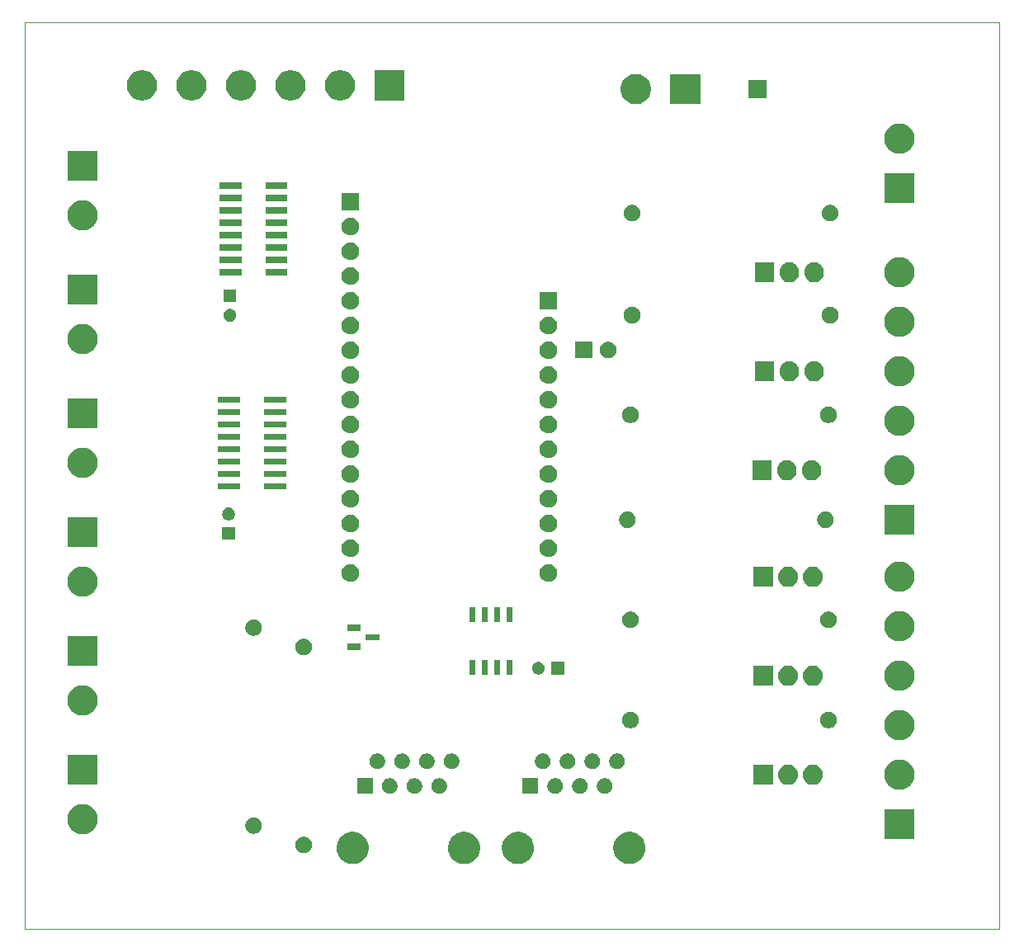
<source format=gbr>
G04 #@! TF.GenerationSoftware,KiCad,Pcbnew,5.1.5-52549c5~84~ubuntu18.04.1*
G04 #@! TF.CreationDate,2020-02-12T19:09:05-05:00*
G04 #@! TF.ProjectId,solenoid_board,736f6c65-6e6f-4696-945f-626f6172642e,rev?*
G04 #@! TF.SameCoordinates,Original*
G04 #@! TF.FileFunction,Soldermask,Top*
G04 #@! TF.FilePolarity,Negative*
%FSLAX46Y46*%
G04 Gerber Fmt 4.6, Leading zero omitted, Abs format (unit mm)*
G04 Created by KiCad (PCBNEW 5.1.5-52549c5~84~ubuntu18.04.1) date 2020-02-12 19:09:05*
%MOMM*%
%LPD*%
G04 APERTURE LIST*
G04 #@! TA.AperFunction,Profile*
%ADD10C,0.100000*%
G04 #@! TD*
%ADD11C,0.150000*%
G04 APERTURE END LIST*
D10*
X192000000Y-53000000D02*
X192000000Y-146000000D01*
X92000000Y-53000000D02*
X192000000Y-53000000D01*
X92000000Y-146000000D02*
X92000000Y-53000000D01*
X192000000Y-146000000D02*
X92000000Y-146000000D01*
D11*
G36*
X154400856Y-136084698D02*
G01*
X154507179Y-136105847D01*
X154641653Y-136161548D01*
X154796523Y-136225697D01*
X154807642Y-136230303D01*
X155078051Y-136410985D01*
X155308015Y-136640949D01*
X155445106Y-136846120D01*
X155488698Y-136911360D01*
X155613153Y-137211822D01*
X155676600Y-137530789D01*
X155676600Y-137856011D01*
X155638089Y-138049615D01*
X155613153Y-138174979D01*
X155488697Y-138475442D01*
X155308015Y-138745851D01*
X155078051Y-138975815D01*
X154807642Y-139156497D01*
X154507179Y-139280953D01*
X154400856Y-139302102D01*
X154188211Y-139344400D01*
X153862989Y-139344400D01*
X153650344Y-139302102D01*
X153544021Y-139280953D01*
X153243558Y-139156497D01*
X152973149Y-138975815D01*
X152743185Y-138745851D01*
X152562503Y-138475442D01*
X152438047Y-138174979D01*
X152413111Y-138049615D01*
X152374600Y-137856011D01*
X152374600Y-137530789D01*
X152438047Y-137211822D01*
X152562502Y-136911360D01*
X152606094Y-136846120D01*
X152743185Y-136640949D01*
X152973149Y-136410985D01*
X153243558Y-136230303D01*
X153254678Y-136225697D01*
X153409547Y-136161548D01*
X153544021Y-136105847D01*
X153650344Y-136084698D01*
X153862989Y-136042400D01*
X154188211Y-136042400D01*
X154400856Y-136084698D01*
G37*
G36*
X142970856Y-136084698D02*
G01*
X143077179Y-136105847D01*
X143211653Y-136161548D01*
X143366523Y-136225697D01*
X143377642Y-136230303D01*
X143648051Y-136410985D01*
X143878015Y-136640949D01*
X144015106Y-136846120D01*
X144058698Y-136911360D01*
X144183153Y-137211822D01*
X144246600Y-137530789D01*
X144246600Y-137856011D01*
X144208089Y-138049615D01*
X144183153Y-138174979D01*
X144058697Y-138475442D01*
X143878015Y-138745851D01*
X143648051Y-138975815D01*
X143377642Y-139156497D01*
X143077179Y-139280953D01*
X142970856Y-139302102D01*
X142758211Y-139344400D01*
X142432989Y-139344400D01*
X142220344Y-139302102D01*
X142114021Y-139280953D01*
X141813558Y-139156497D01*
X141543149Y-138975815D01*
X141313185Y-138745851D01*
X141132503Y-138475442D01*
X141008047Y-138174979D01*
X140983111Y-138049615D01*
X140944600Y-137856011D01*
X140944600Y-137530789D01*
X141008047Y-137211822D01*
X141132502Y-136911360D01*
X141176094Y-136846120D01*
X141313185Y-136640949D01*
X141543149Y-136410985D01*
X141813558Y-136230303D01*
X141824678Y-136225697D01*
X141979547Y-136161548D01*
X142114021Y-136105847D01*
X142220344Y-136084698D01*
X142432989Y-136042400D01*
X142758211Y-136042400D01*
X142970856Y-136084698D01*
G37*
G36*
X137433656Y-136084698D02*
G01*
X137539979Y-136105847D01*
X137674453Y-136161548D01*
X137829323Y-136225697D01*
X137840442Y-136230303D01*
X138110851Y-136410985D01*
X138340815Y-136640949D01*
X138477906Y-136846120D01*
X138521498Y-136911360D01*
X138645953Y-137211822D01*
X138709400Y-137530789D01*
X138709400Y-137856011D01*
X138670889Y-138049615D01*
X138645953Y-138174979D01*
X138521497Y-138475442D01*
X138340815Y-138745851D01*
X138110851Y-138975815D01*
X137840442Y-139156497D01*
X137539979Y-139280953D01*
X137433656Y-139302102D01*
X137221011Y-139344400D01*
X136895789Y-139344400D01*
X136683144Y-139302102D01*
X136576821Y-139280953D01*
X136276358Y-139156497D01*
X136005949Y-138975815D01*
X135775985Y-138745851D01*
X135595303Y-138475442D01*
X135470847Y-138174979D01*
X135445911Y-138049615D01*
X135407400Y-137856011D01*
X135407400Y-137530789D01*
X135470847Y-137211822D01*
X135595302Y-136911360D01*
X135638894Y-136846120D01*
X135775985Y-136640949D01*
X136005949Y-136410985D01*
X136276358Y-136230303D01*
X136287478Y-136225697D01*
X136442347Y-136161548D01*
X136576821Y-136105847D01*
X136683144Y-136084698D01*
X136895789Y-136042400D01*
X137221011Y-136042400D01*
X137433656Y-136084698D01*
G37*
G36*
X126003656Y-136084698D02*
G01*
X126109979Y-136105847D01*
X126244453Y-136161548D01*
X126399323Y-136225697D01*
X126410442Y-136230303D01*
X126680851Y-136410985D01*
X126910815Y-136640949D01*
X127047906Y-136846120D01*
X127091498Y-136911360D01*
X127215953Y-137211822D01*
X127279400Y-137530789D01*
X127279400Y-137856011D01*
X127240889Y-138049615D01*
X127215953Y-138174979D01*
X127091497Y-138475442D01*
X126910815Y-138745851D01*
X126680851Y-138975815D01*
X126410442Y-139156497D01*
X126109979Y-139280953D01*
X126003656Y-139302102D01*
X125791011Y-139344400D01*
X125465789Y-139344400D01*
X125253144Y-139302102D01*
X125146821Y-139280953D01*
X124846358Y-139156497D01*
X124575949Y-138975815D01*
X124345985Y-138745851D01*
X124165303Y-138475442D01*
X124040847Y-138174979D01*
X124015911Y-138049615D01*
X123977400Y-137856011D01*
X123977400Y-137530789D01*
X124040847Y-137211822D01*
X124165302Y-136911360D01*
X124208894Y-136846120D01*
X124345985Y-136640949D01*
X124575949Y-136410985D01*
X124846358Y-136230303D01*
X124857478Y-136225697D01*
X125012347Y-136161548D01*
X125146821Y-136105847D01*
X125253144Y-136084698D01*
X125465789Y-136042400D01*
X125791011Y-136042400D01*
X126003656Y-136084698D01*
G37*
G36*
X120847428Y-136570303D02*
G01*
X121002300Y-136634453D01*
X121141681Y-136727585D01*
X121260215Y-136846119D01*
X121353347Y-136985500D01*
X121417497Y-137140372D01*
X121450200Y-137304784D01*
X121450200Y-137472416D01*
X121417497Y-137636828D01*
X121353347Y-137791700D01*
X121260215Y-137931081D01*
X121141681Y-138049615D01*
X121002300Y-138142747D01*
X120847428Y-138206897D01*
X120683016Y-138239600D01*
X120515384Y-138239600D01*
X120350972Y-138206897D01*
X120196100Y-138142747D01*
X120056719Y-138049615D01*
X119938185Y-137931081D01*
X119845053Y-137791700D01*
X119780903Y-137636828D01*
X119748200Y-137472416D01*
X119748200Y-137304784D01*
X119780903Y-137140372D01*
X119845053Y-136985500D01*
X119938185Y-136846119D01*
X120056719Y-136727585D01*
X120196100Y-136634453D01*
X120350972Y-136570303D01*
X120515384Y-136537600D01*
X120683016Y-136537600D01*
X120847428Y-136570303D01*
G37*
G36*
X183288000Y-136806000D02*
G01*
X180186000Y-136806000D01*
X180186000Y-133704000D01*
X183288000Y-133704000D01*
X183288000Y-136806000D01*
G37*
G36*
X98219585Y-133225802D02*
G01*
X98369410Y-133255604D01*
X98651674Y-133372521D01*
X98905705Y-133542259D01*
X99121741Y-133758295D01*
X99291479Y-134012326D01*
X99408396Y-134294590D01*
X99468000Y-134594240D01*
X99468000Y-134899760D01*
X99408396Y-135199410D01*
X99291479Y-135481674D01*
X99121741Y-135735705D01*
X98905705Y-135951741D01*
X98651674Y-136121479D01*
X98369410Y-136238396D01*
X98268843Y-136258400D01*
X98069761Y-136298000D01*
X97764239Y-136298000D01*
X97565157Y-136258400D01*
X97464590Y-136238396D01*
X97182326Y-136121479D01*
X96928295Y-135951741D01*
X96712259Y-135735705D01*
X96542521Y-135481674D01*
X96425604Y-135199410D01*
X96366000Y-134899760D01*
X96366000Y-134594240D01*
X96425604Y-134294590D01*
X96542521Y-134012326D01*
X96712259Y-133758295D01*
X96928295Y-133542259D01*
X97182326Y-133372521D01*
X97464590Y-133255604D01*
X97614415Y-133225802D01*
X97764239Y-133196000D01*
X98069761Y-133196000D01*
X98219585Y-133225802D01*
G37*
G36*
X115716628Y-134589103D02*
G01*
X115871500Y-134653253D01*
X116010881Y-134746385D01*
X116129415Y-134864919D01*
X116222547Y-135004300D01*
X116286697Y-135159172D01*
X116319400Y-135323584D01*
X116319400Y-135491216D01*
X116286697Y-135655628D01*
X116222547Y-135810500D01*
X116129415Y-135949881D01*
X116010881Y-136068415D01*
X115871500Y-136161547D01*
X115716628Y-136225697D01*
X115552216Y-136258400D01*
X115384584Y-136258400D01*
X115220172Y-136225697D01*
X115065300Y-136161547D01*
X114925919Y-136068415D01*
X114807385Y-135949881D01*
X114714253Y-135810500D01*
X114650103Y-135655628D01*
X114617400Y-135491216D01*
X114617400Y-135323584D01*
X114650103Y-135159172D01*
X114714253Y-135004300D01*
X114807385Y-134864919D01*
X114925919Y-134746385D01*
X115065300Y-134653253D01*
X115220172Y-134589103D01*
X115384584Y-134556400D01*
X115552216Y-134556400D01*
X115716628Y-134589103D01*
G37*
G36*
X127699400Y-132144400D02*
G01*
X126097400Y-132144400D01*
X126097400Y-130542400D01*
X127699400Y-130542400D01*
X127699400Y-132144400D01*
G37*
G36*
X129672042Y-130573181D02*
G01*
X129817814Y-130633562D01*
X129817816Y-130633563D01*
X129949008Y-130721222D01*
X130060578Y-130832792D01*
X130148237Y-130963984D01*
X130148238Y-130963986D01*
X130208619Y-131109758D01*
X130239400Y-131264507D01*
X130239400Y-131422293D01*
X130208619Y-131577042D01*
X130171607Y-131666396D01*
X130148237Y-131722816D01*
X130060578Y-131854008D01*
X129949008Y-131965578D01*
X129817816Y-132053237D01*
X129817815Y-132053238D01*
X129817814Y-132053238D01*
X129672042Y-132113619D01*
X129517293Y-132144400D01*
X129359507Y-132144400D01*
X129204758Y-132113619D01*
X129058986Y-132053238D01*
X129058985Y-132053238D01*
X129058984Y-132053237D01*
X128927792Y-131965578D01*
X128816222Y-131854008D01*
X128728563Y-131722816D01*
X128705193Y-131666396D01*
X128668181Y-131577042D01*
X128637400Y-131422293D01*
X128637400Y-131264507D01*
X128668181Y-131109758D01*
X128728562Y-130963986D01*
X128728563Y-130963984D01*
X128816222Y-130832792D01*
X128927792Y-130721222D01*
X129058984Y-130633563D01*
X129058986Y-130633562D01*
X129204758Y-130573181D01*
X129359507Y-130542400D01*
X129517293Y-130542400D01*
X129672042Y-130573181D01*
G37*
G36*
X149179242Y-130573181D02*
G01*
X149325014Y-130633562D01*
X149325016Y-130633563D01*
X149456208Y-130721222D01*
X149567778Y-130832792D01*
X149655437Y-130963984D01*
X149655438Y-130963986D01*
X149715819Y-131109758D01*
X149746600Y-131264507D01*
X149746600Y-131422293D01*
X149715819Y-131577042D01*
X149678807Y-131666396D01*
X149655437Y-131722816D01*
X149567778Y-131854008D01*
X149456208Y-131965578D01*
X149325016Y-132053237D01*
X149325015Y-132053238D01*
X149325014Y-132053238D01*
X149179242Y-132113619D01*
X149024493Y-132144400D01*
X148866707Y-132144400D01*
X148711958Y-132113619D01*
X148566186Y-132053238D01*
X148566185Y-132053238D01*
X148566184Y-132053237D01*
X148434992Y-131965578D01*
X148323422Y-131854008D01*
X148235763Y-131722816D01*
X148212393Y-131666396D01*
X148175381Y-131577042D01*
X148144600Y-131422293D01*
X148144600Y-131264507D01*
X148175381Y-131109758D01*
X148235762Y-130963986D01*
X148235763Y-130963984D01*
X148323422Y-130832792D01*
X148434992Y-130721222D01*
X148566184Y-130633563D01*
X148566186Y-130633562D01*
X148711958Y-130573181D01*
X148866707Y-130542400D01*
X149024493Y-130542400D01*
X149179242Y-130573181D01*
G37*
G36*
X132212042Y-130573181D02*
G01*
X132357814Y-130633562D01*
X132357816Y-130633563D01*
X132489008Y-130721222D01*
X132600578Y-130832792D01*
X132688237Y-130963984D01*
X132688238Y-130963986D01*
X132748619Y-131109758D01*
X132779400Y-131264507D01*
X132779400Y-131422293D01*
X132748619Y-131577042D01*
X132711607Y-131666396D01*
X132688237Y-131722816D01*
X132600578Y-131854008D01*
X132489008Y-131965578D01*
X132357816Y-132053237D01*
X132357815Y-132053238D01*
X132357814Y-132053238D01*
X132212042Y-132113619D01*
X132057293Y-132144400D01*
X131899507Y-132144400D01*
X131744758Y-132113619D01*
X131598986Y-132053238D01*
X131598985Y-132053238D01*
X131598984Y-132053237D01*
X131467792Y-131965578D01*
X131356222Y-131854008D01*
X131268563Y-131722816D01*
X131245193Y-131666396D01*
X131208181Y-131577042D01*
X131177400Y-131422293D01*
X131177400Y-131264507D01*
X131208181Y-131109758D01*
X131268562Y-130963986D01*
X131268563Y-130963984D01*
X131356222Y-130832792D01*
X131467792Y-130721222D01*
X131598984Y-130633563D01*
X131598986Y-130633562D01*
X131744758Y-130573181D01*
X131899507Y-130542400D01*
X132057293Y-130542400D01*
X132212042Y-130573181D01*
G37*
G36*
X134752042Y-130573181D02*
G01*
X134897814Y-130633562D01*
X134897816Y-130633563D01*
X135029008Y-130721222D01*
X135140578Y-130832792D01*
X135228237Y-130963984D01*
X135228238Y-130963986D01*
X135288619Y-131109758D01*
X135319400Y-131264507D01*
X135319400Y-131422293D01*
X135288619Y-131577042D01*
X135251607Y-131666396D01*
X135228237Y-131722816D01*
X135140578Y-131854008D01*
X135029008Y-131965578D01*
X134897816Y-132053237D01*
X134897815Y-132053238D01*
X134897814Y-132053238D01*
X134752042Y-132113619D01*
X134597293Y-132144400D01*
X134439507Y-132144400D01*
X134284758Y-132113619D01*
X134138986Y-132053238D01*
X134138985Y-132053238D01*
X134138984Y-132053237D01*
X134007792Y-131965578D01*
X133896222Y-131854008D01*
X133808563Y-131722816D01*
X133785193Y-131666396D01*
X133748181Y-131577042D01*
X133717400Y-131422293D01*
X133717400Y-131264507D01*
X133748181Y-131109758D01*
X133808562Y-130963986D01*
X133808563Y-130963984D01*
X133896222Y-130832792D01*
X134007792Y-130721222D01*
X134138984Y-130633563D01*
X134138986Y-130633562D01*
X134284758Y-130573181D01*
X134439507Y-130542400D01*
X134597293Y-130542400D01*
X134752042Y-130573181D01*
G37*
G36*
X144666600Y-132144400D02*
G01*
X143064600Y-132144400D01*
X143064600Y-130542400D01*
X144666600Y-130542400D01*
X144666600Y-132144400D01*
G37*
G36*
X151719242Y-130573181D02*
G01*
X151865014Y-130633562D01*
X151865016Y-130633563D01*
X151996208Y-130721222D01*
X152107778Y-130832792D01*
X152195437Y-130963984D01*
X152195438Y-130963986D01*
X152255819Y-131109758D01*
X152286600Y-131264507D01*
X152286600Y-131422293D01*
X152255819Y-131577042D01*
X152218807Y-131666396D01*
X152195437Y-131722816D01*
X152107778Y-131854008D01*
X151996208Y-131965578D01*
X151865016Y-132053237D01*
X151865015Y-132053238D01*
X151865014Y-132053238D01*
X151719242Y-132113619D01*
X151564493Y-132144400D01*
X151406707Y-132144400D01*
X151251958Y-132113619D01*
X151106186Y-132053238D01*
X151106185Y-132053238D01*
X151106184Y-132053237D01*
X150974992Y-131965578D01*
X150863422Y-131854008D01*
X150775763Y-131722816D01*
X150752393Y-131666396D01*
X150715381Y-131577042D01*
X150684600Y-131422293D01*
X150684600Y-131264507D01*
X150715381Y-131109758D01*
X150775762Y-130963986D01*
X150775763Y-130963984D01*
X150863422Y-130832792D01*
X150974992Y-130721222D01*
X151106184Y-130633563D01*
X151106186Y-130633562D01*
X151251958Y-130573181D01*
X151406707Y-130542400D01*
X151564493Y-130542400D01*
X151719242Y-130573181D01*
G37*
G36*
X146639242Y-130573181D02*
G01*
X146785014Y-130633562D01*
X146785016Y-130633563D01*
X146916208Y-130721222D01*
X147027778Y-130832792D01*
X147115437Y-130963984D01*
X147115438Y-130963986D01*
X147175819Y-131109758D01*
X147206600Y-131264507D01*
X147206600Y-131422293D01*
X147175819Y-131577042D01*
X147138807Y-131666396D01*
X147115437Y-131722816D01*
X147027778Y-131854008D01*
X146916208Y-131965578D01*
X146785016Y-132053237D01*
X146785015Y-132053238D01*
X146785014Y-132053238D01*
X146639242Y-132113619D01*
X146484493Y-132144400D01*
X146326707Y-132144400D01*
X146171958Y-132113619D01*
X146026186Y-132053238D01*
X146026185Y-132053238D01*
X146026184Y-132053237D01*
X145894992Y-131965578D01*
X145783422Y-131854008D01*
X145695763Y-131722816D01*
X145672393Y-131666396D01*
X145635381Y-131577042D01*
X145604600Y-131422293D01*
X145604600Y-131264507D01*
X145635381Y-131109758D01*
X145695762Y-130963986D01*
X145695763Y-130963984D01*
X145783422Y-130832792D01*
X145894992Y-130721222D01*
X146026184Y-130633563D01*
X146026186Y-130633562D01*
X146171958Y-130573181D01*
X146326707Y-130542400D01*
X146484493Y-130542400D01*
X146639242Y-130573181D01*
G37*
G36*
X182039585Y-128653802D02*
G01*
X182189410Y-128683604D01*
X182471674Y-128800521D01*
X182725705Y-128970259D01*
X182941741Y-129186295D01*
X183111479Y-129440326D01*
X183228396Y-129722590D01*
X183288000Y-130022240D01*
X183288000Y-130327760D01*
X183228396Y-130627410D01*
X183111479Y-130909674D01*
X182941741Y-131163705D01*
X182725705Y-131379741D01*
X182471674Y-131549479D01*
X182189410Y-131666396D01*
X182039585Y-131696198D01*
X181889761Y-131726000D01*
X181584239Y-131726000D01*
X181434415Y-131696198D01*
X181284590Y-131666396D01*
X181002326Y-131549479D01*
X180748295Y-131379741D01*
X180532259Y-131163705D01*
X180362521Y-130909674D01*
X180245604Y-130627410D01*
X180186000Y-130327760D01*
X180186000Y-130022240D01*
X180245604Y-129722590D01*
X180362521Y-129440326D01*
X180532259Y-129186295D01*
X180748295Y-128970259D01*
X181002326Y-128800521D01*
X181284590Y-128683604D01*
X181434415Y-128653802D01*
X181584239Y-128624000D01*
X181889761Y-128624000D01*
X182039585Y-128653802D01*
G37*
G36*
X170503719Y-129138520D02*
G01*
X170661216Y-129186296D01*
X170692883Y-129195902D01*
X170785333Y-129245318D01*
X170867212Y-129289083D01*
X171020015Y-129414485D01*
X171145417Y-129567288D01*
X171238599Y-129741619D01*
X171295980Y-129930780D01*
X171310500Y-130078206D01*
X171310500Y-130271793D01*
X171295980Y-130419219D01*
X171249276Y-130573181D01*
X171238598Y-130608383D01*
X171189182Y-130700833D01*
X171145417Y-130782712D01*
X171020015Y-130935515D01*
X170867212Y-131060917D01*
X170692881Y-131154099D01*
X170503720Y-131211480D01*
X170307000Y-131230855D01*
X170110281Y-131211480D01*
X169921120Y-131154099D01*
X169746788Y-131060917D01*
X169593985Y-130935515D01*
X169468583Y-130782712D01*
X169375401Y-130608381D01*
X169318020Y-130419220D01*
X169303500Y-130271794D01*
X169303500Y-130078207D01*
X169318020Y-129930781D01*
X169375401Y-129741620D01*
X169375402Y-129741617D01*
X169424818Y-129649167D01*
X169468583Y-129567288D01*
X169593985Y-129414485D01*
X169746788Y-129289083D01*
X169921119Y-129195901D01*
X170110280Y-129138520D01*
X170307000Y-129119145D01*
X170503719Y-129138520D01*
G37*
G36*
X173043719Y-129138520D02*
G01*
X173201216Y-129186296D01*
X173232883Y-129195902D01*
X173325333Y-129245318D01*
X173407212Y-129289083D01*
X173560015Y-129414485D01*
X173685417Y-129567288D01*
X173778599Y-129741619D01*
X173835980Y-129930780D01*
X173850500Y-130078206D01*
X173850500Y-130271793D01*
X173835980Y-130419219D01*
X173789276Y-130573181D01*
X173778598Y-130608383D01*
X173729182Y-130700833D01*
X173685417Y-130782712D01*
X173560015Y-130935515D01*
X173407212Y-131060917D01*
X173232881Y-131154099D01*
X173043720Y-131211480D01*
X172847000Y-131230855D01*
X172650281Y-131211480D01*
X172461120Y-131154099D01*
X172286788Y-131060917D01*
X172133985Y-130935515D01*
X172008583Y-130782712D01*
X171915401Y-130608381D01*
X171858020Y-130419220D01*
X171843500Y-130271794D01*
X171843500Y-130078207D01*
X171858020Y-129930781D01*
X171915401Y-129741620D01*
X171915402Y-129741617D01*
X171964818Y-129649167D01*
X172008583Y-129567288D01*
X172133985Y-129414485D01*
X172286788Y-129289083D01*
X172461119Y-129195901D01*
X172650280Y-129138520D01*
X172847000Y-129119145D01*
X173043719Y-129138520D01*
G37*
G36*
X168770500Y-131226000D02*
G01*
X166763500Y-131226000D01*
X166763500Y-129124000D01*
X168770500Y-129124000D01*
X168770500Y-131226000D01*
G37*
G36*
X99468000Y-131218000D02*
G01*
X96366000Y-131218000D01*
X96366000Y-128116000D01*
X99468000Y-128116000D01*
X99468000Y-131218000D01*
G37*
G36*
X130942042Y-128033181D02*
G01*
X131087814Y-128093562D01*
X131087816Y-128093563D01*
X131219008Y-128181222D01*
X131330578Y-128292792D01*
X131418237Y-128423984D01*
X131418238Y-128423986D01*
X131478619Y-128569758D01*
X131509400Y-128724507D01*
X131509400Y-128882293D01*
X131478619Y-129037042D01*
X131436585Y-129138520D01*
X131418237Y-129182816D01*
X131330578Y-129314008D01*
X131219008Y-129425578D01*
X131087816Y-129513237D01*
X131087815Y-129513238D01*
X131087814Y-129513238D01*
X130942042Y-129573619D01*
X130787293Y-129604400D01*
X130629507Y-129604400D01*
X130474758Y-129573619D01*
X130328986Y-129513238D01*
X130328985Y-129513238D01*
X130328984Y-129513237D01*
X130197792Y-129425578D01*
X130086222Y-129314008D01*
X129998563Y-129182816D01*
X129980215Y-129138520D01*
X129938181Y-129037042D01*
X129907400Y-128882293D01*
X129907400Y-128724507D01*
X129938181Y-128569758D01*
X129998562Y-128423986D01*
X129998563Y-128423984D01*
X130086222Y-128292792D01*
X130197792Y-128181222D01*
X130328984Y-128093563D01*
X130328986Y-128093562D01*
X130474758Y-128033181D01*
X130629507Y-128002400D01*
X130787293Y-128002400D01*
X130942042Y-128033181D01*
G37*
G36*
X133482042Y-128033181D02*
G01*
X133627814Y-128093562D01*
X133627816Y-128093563D01*
X133759008Y-128181222D01*
X133870578Y-128292792D01*
X133958237Y-128423984D01*
X133958238Y-128423986D01*
X134018619Y-128569758D01*
X134049400Y-128724507D01*
X134049400Y-128882293D01*
X134018619Y-129037042D01*
X133976585Y-129138520D01*
X133958237Y-129182816D01*
X133870578Y-129314008D01*
X133759008Y-129425578D01*
X133627816Y-129513237D01*
X133627815Y-129513238D01*
X133627814Y-129513238D01*
X133482042Y-129573619D01*
X133327293Y-129604400D01*
X133169507Y-129604400D01*
X133014758Y-129573619D01*
X132868986Y-129513238D01*
X132868985Y-129513238D01*
X132868984Y-129513237D01*
X132737792Y-129425578D01*
X132626222Y-129314008D01*
X132538563Y-129182816D01*
X132520215Y-129138520D01*
X132478181Y-129037042D01*
X132447400Y-128882293D01*
X132447400Y-128724507D01*
X132478181Y-128569758D01*
X132538562Y-128423986D01*
X132538563Y-128423984D01*
X132626222Y-128292792D01*
X132737792Y-128181222D01*
X132868984Y-128093563D01*
X132868986Y-128093562D01*
X133014758Y-128033181D01*
X133169507Y-128002400D01*
X133327293Y-128002400D01*
X133482042Y-128033181D01*
G37*
G36*
X152989242Y-128033181D02*
G01*
X153135014Y-128093562D01*
X153135016Y-128093563D01*
X153266208Y-128181222D01*
X153377778Y-128292792D01*
X153465437Y-128423984D01*
X153465438Y-128423986D01*
X153525819Y-128569758D01*
X153556600Y-128724507D01*
X153556600Y-128882293D01*
X153525819Y-129037042D01*
X153483785Y-129138520D01*
X153465437Y-129182816D01*
X153377778Y-129314008D01*
X153266208Y-129425578D01*
X153135016Y-129513237D01*
X153135015Y-129513238D01*
X153135014Y-129513238D01*
X152989242Y-129573619D01*
X152834493Y-129604400D01*
X152676707Y-129604400D01*
X152521958Y-129573619D01*
X152376186Y-129513238D01*
X152376185Y-129513238D01*
X152376184Y-129513237D01*
X152244992Y-129425578D01*
X152133422Y-129314008D01*
X152045763Y-129182816D01*
X152027415Y-129138520D01*
X151985381Y-129037042D01*
X151954600Y-128882293D01*
X151954600Y-128724507D01*
X151985381Y-128569758D01*
X152045762Y-128423986D01*
X152045763Y-128423984D01*
X152133422Y-128292792D01*
X152244992Y-128181222D01*
X152376184Y-128093563D01*
X152376186Y-128093562D01*
X152521958Y-128033181D01*
X152676707Y-128002400D01*
X152834493Y-128002400D01*
X152989242Y-128033181D01*
G37*
G36*
X150449242Y-128033181D02*
G01*
X150595014Y-128093562D01*
X150595016Y-128093563D01*
X150726208Y-128181222D01*
X150837778Y-128292792D01*
X150925437Y-128423984D01*
X150925438Y-128423986D01*
X150985819Y-128569758D01*
X151016600Y-128724507D01*
X151016600Y-128882293D01*
X150985819Y-129037042D01*
X150943785Y-129138520D01*
X150925437Y-129182816D01*
X150837778Y-129314008D01*
X150726208Y-129425578D01*
X150595016Y-129513237D01*
X150595015Y-129513238D01*
X150595014Y-129513238D01*
X150449242Y-129573619D01*
X150294493Y-129604400D01*
X150136707Y-129604400D01*
X149981958Y-129573619D01*
X149836186Y-129513238D01*
X149836185Y-129513238D01*
X149836184Y-129513237D01*
X149704992Y-129425578D01*
X149593422Y-129314008D01*
X149505763Y-129182816D01*
X149487415Y-129138520D01*
X149445381Y-129037042D01*
X149414600Y-128882293D01*
X149414600Y-128724507D01*
X149445381Y-128569758D01*
X149505762Y-128423986D01*
X149505763Y-128423984D01*
X149593422Y-128292792D01*
X149704992Y-128181222D01*
X149836184Y-128093563D01*
X149836186Y-128093562D01*
X149981958Y-128033181D01*
X150136707Y-128002400D01*
X150294493Y-128002400D01*
X150449242Y-128033181D01*
G37*
G36*
X136022042Y-128033181D02*
G01*
X136167814Y-128093562D01*
X136167816Y-128093563D01*
X136299008Y-128181222D01*
X136410578Y-128292792D01*
X136498237Y-128423984D01*
X136498238Y-128423986D01*
X136558619Y-128569758D01*
X136589400Y-128724507D01*
X136589400Y-128882293D01*
X136558619Y-129037042D01*
X136516585Y-129138520D01*
X136498237Y-129182816D01*
X136410578Y-129314008D01*
X136299008Y-129425578D01*
X136167816Y-129513237D01*
X136167815Y-129513238D01*
X136167814Y-129513238D01*
X136022042Y-129573619D01*
X135867293Y-129604400D01*
X135709507Y-129604400D01*
X135554758Y-129573619D01*
X135408986Y-129513238D01*
X135408985Y-129513238D01*
X135408984Y-129513237D01*
X135277792Y-129425578D01*
X135166222Y-129314008D01*
X135078563Y-129182816D01*
X135060215Y-129138520D01*
X135018181Y-129037042D01*
X134987400Y-128882293D01*
X134987400Y-128724507D01*
X135018181Y-128569758D01*
X135078562Y-128423986D01*
X135078563Y-128423984D01*
X135166222Y-128292792D01*
X135277792Y-128181222D01*
X135408984Y-128093563D01*
X135408986Y-128093562D01*
X135554758Y-128033181D01*
X135709507Y-128002400D01*
X135867293Y-128002400D01*
X136022042Y-128033181D01*
G37*
G36*
X128402042Y-128033181D02*
G01*
X128547814Y-128093562D01*
X128547816Y-128093563D01*
X128679008Y-128181222D01*
X128790578Y-128292792D01*
X128878237Y-128423984D01*
X128878238Y-128423986D01*
X128938619Y-128569758D01*
X128969400Y-128724507D01*
X128969400Y-128882293D01*
X128938619Y-129037042D01*
X128896585Y-129138520D01*
X128878237Y-129182816D01*
X128790578Y-129314008D01*
X128679008Y-129425578D01*
X128547816Y-129513237D01*
X128547815Y-129513238D01*
X128547814Y-129513238D01*
X128402042Y-129573619D01*
X128247293Y-129604400D01*
X128089507Y-129604400D01*
X127934758Y-129573619D01*
X127788986Y-129513238D01*
X127788985Y-129513238D01*
X127788984Y-129513237D01*
X127657792Y-129425578D01*
X127546222Y-129314008D01*
X127458563Y-129182816D01*
X127440215Y-129138520D01*
X127398181Y-129037042D01*
X127367400Y-128882293D01*
X127367400Y-128724507D01*
X127398181Y-128569758D01*
X127458562Y-128423986D01*
X127458563Y-128423984D01*
X127546222Y-128292792D01*
X127657792Y-128181222D01*
X127788984Y-128093563D01*
X127788986Y-128093562D01*
X127934758Y-128033181D01*
X128089507Y-128002400D01*
X128247293Y-128002400D01*
X128402042Y-128033181D01*
G37*
G36*
X145369242Y-128033181D02*
G01*
X145515014Y-128093562D01*
X145515016Y-128093563D01*
X145646208Y-128181222D01*
X145757778Y-128292792D01*
X145845437Y-128423984D01*
X145845438Y-128423986D01*
X145905819Y-128569758D01*
X145936600Y-128724507D01*
X145936600Y-128882293D01*
X145905819Y-129037042D01*
X145863785Y-129138520D01*
X145845437Y-129182816D01*
X145757778Y-129314008D01*
X145646208Y-129425578D01*
X145515016Y-129513237D01*
X145515015Y-129513238D01*
X145515014Y-129513238D01*
X145369242Y-129573619D01*
X145214493Y-129604400D01*
X145056707Y-129604400D01*
X144901958Y-129573619D01*
X144756186Y-129513238D01*
X144756185Y-129513238D01*
X144756184Y-129513237D01*
X144624992Y-129425578D01*
X144513422Y-129314008D01*
X144425763Y-129182816D01*
X144407415Y-129138520D01*
X144365381Y-129037042D01*
X144334600Y-128882293D01*
X144334600Y-128724507D01*
X144365381Y-128569758D01*
X144425762Y-128423986D01*
X144425763Y-128423984D01*
X144513422Y-128292792D01*
X144624992Y-128181222D01*
X144756184Y-128093563D01*
X144756186Y-128093562D01*
X144901958Y-128033181D01*
X145056707Y-128002400D01*
X145214493Y-128002400D01*
X145369242Y-128033181D01*
G37*
G36*
X147909242Y-128033181D02*
G01*
X148055014Y-128093562D01*
X148055016Y-128093563D01*
X148186208Y-128181222D01*
X148297778Y-128292792D01*
X148385437Y-128423984D01*
X148385438Y-128423986D01*
X148445819Y-128569758D01*
X148476600Y-128724507D01*
X148476600Y-128882293D01*
X148445819Y-129037042D01*
X148403785Y-129138520D01*
X148385437Y-129182816D01*
X148297778Y-129314008D01*
X148186208Y-129425578D01*
X148055016Y-129513237D01*
X148055015Y-129513238D01*
X148055014Y-129513238D01*
X147909242Y-129573619D01*
X147754493Y-129604400D01*
X147596707Y-129604400D01*
X147441958Y-129573619D01*
X147296186Y-129513238D01*
X147296185Y-129513238D01*
X147296184Y-129513237D01*
X147164992Y-129425578D01*
X147053422Y-129314008D01*
X146965763Y-129182816D01*
X146947415Y-129138520D01*
X146905381Y-129037042D01*
X146874600Y-128882293D01*
X146874600Y-128724507D01*
X146905381Y-128569758D01*
X146965762Y-128423986D01*
X146965763Y-128423984D01*
X147053422Y-128292792D01*
X147164992Y-128181222D01*
X147296184Y-128093563D01*
X147296186Y-128093562D01*
X147441958Y-128033181D01*
X147596707Y-128002400D01*
X147754493Y-128002400D01*
X147909242Y-128033181D01*
G37*
G36*
X182039585Y-123573802D02*
G01*
X182189410Y-123603604D01*
X182471674Y-123720521D01*
X182725705Y-123890259D01*
X182941741Y-124106295D01*
X183111479Y-124360326D01*
X183228396Y-124642590D01*
X183288000Y-124942240D01*
X183288000Y-125247760D01*
X183228396Y-125547410D01*
X183111479Y-125829674D01*
X182941741Y-126083705D01*
X182725705Y-126299741D01*
X182471674Y-126469479D01*
X182189410Y-126586396D01*
X182039585Y-126616198D01*
X181889761Y-126646000D01*
X181584239Y-126646000D01*
X181434415Y-126616198D01*
X181284590Y-126586396D01*
X181002326Y-126469479D01*
X180748295Y-126299741D01*
X180532259Y-126083705D01*
X180362521Y-125829674D01*
X180245604Y-125547410D01*
X180186000Y-125247760D01*
X180186000Y-124942240D01*
X180245604Y-124642590D01*
X180362521Y-124360326D01*
X180532259Y-124106295D01*
X180748295Y-123890259D01*
X181002326Y-123720521D01*
X181284590Y-123603604D01*
X181434415Y-123573802D01*
X181584239Y-123544000D01*
X181889761Y-123544000D01*
X182039585Y-123573802D01*
G37*
G36*
X174695428Y-123743303D02*
G01*
X174850300Y-123807453D01*
X174989681Y-123900585D01*
X175108215Y-124019119D01*
X175201347Y-124158500D01*
X175265497Y-124313372D01*
X175298200Y-124477784D01*
X175298200Y-124645416D01*
X175265497Y-124809828D01*
X175201347Y-124964700D01*
X175108215Y-125104081D01*
X174989681Y-125222615D01*
X174850300Y-125315747D01*
X174695428Y-125379897D01*
X174531016Y-125412600D01*
X174363384Y-125412600D01*
X174198972Y-125379897D01*
X174044100Y-125315747D01*
X173904719Y-125222615D01*
X173786185Y-125104081D01*
X173693053Y-124964700D01*
X173628903Y-124809828D01*
X173596200Y-124645416D01*
X173596200Y-124477784D01*
X173628903Y-124313372D01*
X173693053Y-124158500D01*
X173786185Y-124019119D01*
X173904719Y-123900585D01*
X174044100Y-123807453D01*
X174198972Y-123743303D01*
X174363384Y-123710600D01*
X174531016Y-123710600D01*
X174695428Y-123743303D01*
G37*
G36*
X154375428Y-123743303D02*
G01*
X154530300Y-123807453D01*
X154669681Y-123900585D01*
X154788215Y-124019119D01*
X154881347Y-124158500D01*
X154945497Y-124313372D01*
X154978200Y-124477784D01*
X154978200Y-124645416D01*
X154945497Y-124809828D01*
X154881347Y-124964700D01*
X154788215Y-125104081D01*
X154669681Y-125222615D01*
X154530300Y-125315747D01*
X154375428Y-125379897D01*
X154211016Y-125412600D01*
X154043384Y-125412600D01*
X153878972Y-125379897D01*
X153724100Y-125315747D01*
X153584719Y-125222615D01*
X153466185Y-125104081D01*
X153373053Y-124964700D01*
X153308903Y-124809828D01*
X153276200Y-124645416D01*
X153276200Y-124477784D01*
X153308903Y-124313372D01*
X153373053Y-124158500D01*
X153466185Y-124019119D01*
X153584719Y-123900585D01*
X153724100Y-123807453D01*
X153878972Y-123743303D01*
X154043384Y-123710600D01*
X154211016Y-123710600D01*
X154375428Y-123743303D01*
G37*
G36*
X98219585Y-121033802D02*
G01*
X98369410Y-121063604D01*
X98651674Y-121180521D01*
X98905705Y-121350259D01*
X99121741Y-121566295D01*
X99291479Y-121820326D01*
X99408396Y-122102590D01*
X99468000Y-122402240D01*
X99468000Y-122707760D01*
X99408396Y-123007410D01*
X99291479Y-123289674D01*
X99121741Y-123543705D01*
X98905705Y-123759741D01*
X98651674Y-123929479D01*
X98369410Y-124046396D01*
X98219585Y-124076198D01*
X98069761Y-124106000D01*
X97764239Y-124106000D01*
X97614415Y-124076198D01*
X97464590Y-124046396D01*
X97182326Y-123929479D01*
X96928295Y-123759741D01*
X96712259Y-123543705D01*
X96542521Y-123289674D01*
X96425604Y-123007410D01*
X96366000Y-122707760D01*
X96366000Y-122402240D01*
X96425604Y-122102590D01*
X96542521Y-121820326D01*
X96712259Y-121566295D01*
X96928295Y-121350259D01*
X97182326Y-121180521D01*
X97464590Y-121063604D01*
X97614415Y-121033802D01*
X97764239Y-121004000D01*
X98069761Y-121004000D01*
X98219585Y-121033802D01*
G37*
G36*
X182039585Y-118493802D02*
G01*
X182189410Y-118523604D01*
X182471674Y-118640521D01*
X182725705Y-118810259D01*
X182941741Y-119026295D01*
X183111479Y-119280326D01*
X183228396Y-119562590D01*
X183288000Y-119862240D01*
X183288000Y-120167760D01*
X183228396Y-120467410D01*
X183111479Y-120749674D01*
X182941741Y-121003705D01*
X182725705Y-121219741D01*
X182471674Y-121389479D01*
X182189410Y-121506396D01*
X182039585Y-121536198D01*
X181889761Y-121566000D01*
X181584239Y-121566000D01*
X181434415Y-121536198D01*
X181284590Y-121506396D01*
X181002326Y-121389479D01*
X180748295Y-121219741D01*
X180532259Y-121003705D01*
X180362521Y-120749674D01*
X180245604Y-120467410D01*
X180186000Y-120167760D01*
X180186000Y-119862240D01*
X180245604Y-119562590D01*
X180362521Y-119280326D01*
X180532259Y-119026295D01*
X180748295Y-118810259D01*
X181002326Y-118640521D01*
X181284590Y-118523604D01*
X181434415Y-118493802D01*
X181584239Y-118464000D01*
X181889761Y-118464000D01*
X182039585Y-118493802D01*
G37*
G36*
X170503719Y-118978520D02*
G01*
X170661216Y-119026296D01*
X170692883Y-119035902D01*
X170743785Y-119063110D01*
X170867212Y-119129083D01*
X171020015Y-119254485D01*
X171145417Y-119407288D01*
X171238599Y-119581619D01*
X171295980Y-119770780D01*
X171310500Y-119918206D01*
X171310500Y-120111793D01*
X171295980Y-120259219D01*
X171238599Y-120448380D01*
X171238598Y-120448383D01*
X171189182Y-120540833D01*
X171145417Y-120622712D01*
X171020015Y-120775515D01*
X170867212Y-120900917D01*
X170692881Y-120994099D01*
X170503720Y-121051480D01*
X170307000Y-121070855D01*
X170110281Y-121051480D01*
X169921120Y-120994099D01*
X169746788Y-120900917D01*
X169593985Y-120775515D01*
X169468583Y-120622712D01*
X169375401Y-120448381D01*
X169318020Y-120259220D01*
X169303500Y-120111794D01*
X169303500Y-119918207D01*
X169318020Y-119770781D01*
X169375401Y-119581620D01*
X169375402Y-119581617D01*
X169424818Y-119489167D01*
X169468583Y-119407288D01*
X169593985Y-119254485D01*
X169746788Y-119129083D01*
X169921119Y-119035901D01*
X170110280Y-118978520D01*
X170307000Y-118959145D01*
X170503719Y-118978520D01*
G37*
G36*
X173043719Y-118978520D02*
G01*
X173201216Y-119026296D01*
X173232883Y-119035902D01*
X173283785Y-119063110D01*
X173407212Y-119129083D01*
X173560015Y-119254485D01*
X173685417Y-119407288D01*
X173778599Y-119581619D01*
X173835980Y-119770780D01*
X173850500Y-119918206D01*
X173850500Y-120111793D01*
X173835980Y-120259219D01*
X173778599Y-120448380D01*
X173778598Y-120448383D01*
X173729182Y-120540833D01*
X173685417Y-120622712D01*
X173560015Y-120775515D01*
X173407212Y-120900917D01*
X173232881Y-120994099D01*
X173043720Y-121051480D01*
X172847000Y-121070855D01*
X172650281Y-121051480D01*
X172461120Y-120994099D01*
X172286788Y-120900917D01*
X172133985Y-120775515D01*
X172008583Y-120622712D01*
X171915401Y-120448381D01*
X171858020Y-120259220D01*
X171843500Y-120111794D01*
X171843500Y-119918207D01*
X171858020Y-119770781D01*
X171915401Y-119581620D01*
X171915402Y-119581617D01*
X171964818Y-119489167D01*
X172008583Y-119407288D01*
X172133985Y-119254485D01*
X172286788Y-119129083D01*
X172461119Y-119035901D01*
X172650280Y-118978520D01*
X172847000Y-118959145D01*
X173043719Y-118978520D01*
G37*
G36*
X168770500Y-121066000D02*
G01*
X166763500Y-121066000D01*
X166763500Y-118964000D01*
X168770500Y-118964000D01*
X168770500Y-121066000D01*
G37*
G36*
X142067000Y-119958797D02*
G01*
X141397000Y-119958797D01*
X141397000Y-118401899D01*
X142067000Y-118401899D01*
X142067000Y-119958797D01*
G37*
G36*
X140797000Y-119958797D02*
G01*
X140127000Y-119958797D01*
X140127000Y-118401899D01*
X140797000Y-118401899D01*
X140797000Y-119958797D01*
G37*
G36*
X139527000Y-119958797D02*
G01*
X138857000Y-119958797D01*
X138857000Y-118401899D01*
X139527000Y-118401899D01*
X139527000Y-119958797D01*
G37*
G36*
X138257000Y-119958797D02*
G01*
X137587000Y-119958797D01*
X137587000Y-118401899D01*
X138257000Y-118401899D01*
X138257000Y-119958797D01*
G37*
G36*
X147336000Y-119904000D02*
G01*
X146034000Y-119904000D01*
X146034000Y-118602000D01*
X147336000Y-118602000D01*
X147336000Y-119904000D01*
G37*
G36*
X144874890Y-118627017D02*
G01*
X144993364Y-118676091D01*
X145099988Y-118747335D01*
X145190665Y-118838012D01*
X145261909Y-118944636D01*
X145310983Y-119063110D01*
X145336000Y-119188882D01*
X145336000Y-119317118D01*
X145310983Y-119442890D01*
X145261909Y-119561364D01*
X145190665Y-119667988D01*
X145099988Y-119758665D01*
X144993364Y-119829909D01*
X144993363Y-119829910D01*
X144993362Y-119829910D01*
X144874890Y-119878983D01*
X144749119Y-119904000D01*
X144620881Y-119904000D01*
X144495110Y-119878983D01*
X144376638Y-119829910D01*
X144376637Y-119829910D01*
X144376636Y-119829909D01*
X144270012Y-119758665D01*
X144179335Y-119667988D01*
X144108091Y-119561364D01*
X144059017Y-119442890D01*
X144034000Y-119317118D01*
X144034000Y-119188882D01*
X144059017Y-119063110D01*
X144108091Y-118944636D01*
X144179335Y-118838012D01*
X144270012Y-118747335D01*
X144376636Y-118676091D01*
X144495110Y-118627017D01*
X144620881Y-118602000D01*
X144749119Y-118602000D01*
X144874890Y-118627017D01*
G37*
G36*
X99468000Y-119026000D02*
G01*
X96366000Y-119026000D01*
X96366000Y-115924000D01*
X99468000Y-115924000D01*
X99468000Y-119026000D01*
G37*
G36*
X120847428Y-116250303D02*
G01*
X121002300Y-116314453D01*
X121141681Y-116407585D01*
X121260215Y-116526119D01*
X121353347Y-116665500D01*
X121417497Y-116820372D01*
X121450200Y-116984784D01*
X121450200Y-117152416D01*
X121417497Y-117316828D01*
X121353347Y-117471700D01*
X121260215Y-117611081D01*
X121141681Y-117729615D01*
X121002300Y-117822747D01*
X120847428Y-117886897D01*
X120683016Y-117919600D01*
X120515384Y-117919600D01*
X120350972Y-117886897D01*
X120196100Y-117822747D01*
X120056719Y-117729615D01*
X119938185Y-117611081D01*
X119845053Y-117471700D01*
X119780903Y-117316828D01*
X119748200Y-117152416D01*
X119748200Y-116984784D01*
X119780903Y-116820372D01*
X119845053Y-116665500D01*
X119938185Y-116526119D01*
X120056719Y-116407585D01*
X120196100Y-116314453D01*
X120350972Y-116250303D01*
X120515384Y-116217600D01*
X120683016Y-116217600D01*
X120847428Y-116250303D01*
G37*
G36*
X126466800Y-117358401D02*
G01*
X125069400Y-117358401D01*
X125069400Y-116697601D01*
X126466800Y-116697601D01*
X126466800Y-117358401D01*
G37*
G36*
X182039585Y-113413802D02*
G01*
X182189410Y-113443604D01*
X182471674Y-113560521D01*
X182725705Y-113730259D01*
X182941741Y-113946295D01*
X183111479Y-114200326D01*
X183228396Y-114482590D01*
X183288000Y-114782240D01*
X183288000Y-115087760D01*
X183228396Y-115387410D01*
X183111479Y-115669674D01*
X182941741Y-115923705D01*
X182725705Y-116139741D01*
X182471674Y-116309479D01*
X182189410Y-116426396D01*
X182039585Y-116456198D01*
X181889761Y-116486000D01*
X181584239Y-116486000D01*
X181434415Y-116456198D01*
X181284590Y-116426396D01*
X181002326Y-116309479D01*
X180748295Y-116139741D01*
X180532259Y-115923705D01*
X180362521Y-115669674D01*
X180245604Y-115387410D01*
X180186000Y-115087760D01*
X180186000Y-114782240D01*
X180245604Y-114482590D01*
X180362521Y-114200326D01*
X180532259Y-113946295D01*
X180748295Y-113730259D01*
X181002326Y-113560521D01*
X181284590Y-113443604D01*
X181434415Y-113413802D01*
X181584239Y-113384000D01*
X181889761Y-113384000D01*
X182039585Y-113413802D01*
G37*
G36*
X128371800Y-116408400D02*
G01*
X126974400Y-116408400D01*
X126974400Y-115747600D01*
X128371800Y-115747600D01*
X128371800Y-116408400D01*
G37*
G36*
X115716628Y-114269103D02*
G01*
X115871500Y-114333253D01*
X116010881Y-114426385D01*
X116129415Y-114544919D01*
X116222547Y-114684300D01*
X116286697Y-114839172D01*
X116319400Y-115003584D01*
X116319400Y-115171216D01*
X116286697Y-115335628D01*
X116222547Y-115490500D01*
X116129415Y-115629881D01*
X116010881Y-115748415D01*
X115871500Y-115841547D01*
X115716628Y-115905697D01*
X115552216Y-115938400D01*
X115384584Y-115938400D01*
X115220172Y-115905697D01*
X115065300Y-115841547D01*
X114925919Y-115748415D01*
X114807385Y-115629881D01*
X114714253Y-115490500D01*
X114650103Y-115335628D01*
X114617400Y-115171216D01*
X114617400Y-115003584D01*
X114650103Y-114839172D01*
X114714253Y-114684300D01*
X114807385Y-114544919D01*
X114925919Y-114426385D01*
X115065300Y-114333253D01*
X115220172Y-114269103D01*
X115384584Y-114236400D01*
X115552216Y-114236400D01*
X115716628Y-114269103D01*
G37*
G36*
X126466800Y-115458399D02*
G01*
X125069400Y-115458399D01*
X125069400Y-114797599D01*
X126466800Y-114797599D01*
X126466800Y-115458399D01*
G37*
G36*
X174695428Y-113456303D02*
G01*
X174850300Y-113520453D01*
X174989681Y-113613585D01*
X175108215Y-113732119D01*
X175201347Y-113871500D01*
X175265497Y-114026372D01*
X175298200Y-114190784D01*
X175298200Y-114358416D01*
X175265497Y-114522828D01*
X175201347Y-114677700D01*
X175108215Y-114817081D01*
X174989681Y-114935615D01*
X174850300Y-115028747D01*
X174695428Y-115092897D01*
X174531016Y-115125600D01*
X174363384Y-115125600D01*
X174198972Y-115092897D01*
X174044100Y-115028747D01*
X173904719Y-114935615D01*
X173786185Y-114817081D01*
X173693053Y-114677700D01*
X173628903Y-114522828D01*
X173596200Y-114358416D01*
X173596200Y-114190784D01*
X173628903Y-114026372D01*
X173693053Y-113871500D01*
X173786185Y-113732119D01*
X173904719Y-113613585D01*
X174044100Y-113520453D01*
X174198972Y-113456303D01*
X174363384Y-113423600D01*
X174531016Y-113423600D01*
X174695428Y-113456303D01*
G37*
G36*
X154375428Y-113456303D02*
G01*
X154530300Y-113520453D01*
X154669681Y-113613585D01*
X154788215Y-113732119D01*
X154881347Y-113871500D01*
X154945497Y-114026372D01*
X154978200Y-114190784D01*
X154978200Y-114358416D01*
X154945497Y-114522828D01*
X154881347Y-114677700D01*
X154788215Y-114817081D01*
X154669681Y-114935615D01*
X154530300Y-115028747D01*
X154375428Y-115092897D01*
X154211016Y-115125600D01*
X154043384Y-115125600D01*
X153878972Y-115092897D01*
X153724100Y-115028747D01*
X153584719Y-114935615D01*
X153466185Y-114817081D01*
X153373053Y-114677700D01*
X153308903Y-114522828D01*
X153276200Y-114358416D01*
X153276200Y-114190784D01*
X153308903Y-114026372D01*
X153373053Y-113871500D01*
X153466185Y-113732119D01*
X153584719Y-113613585D01*
X153724100Y-113520453D01*
X153878972Y-113456303D01*
X154043384Y-113423600D01*
X154211016Y-113423600D01*
X154375428Y-113456303D01*
G37*
G36*
X138257000Y-114516101D02*
G01*
X137587000Y-114516101D01*
X137587000Y-112959203D01*
X138257000Y-112959203D01*
X138257000Y-114516101D01*
G37*
G36*
X142067000Y-114516101D02*
G01*
X141397000Y-114516101D01*
X141397000Y-112959203D01*
X142067000Y-112959203D01*
X142067000Y-114516101D01*
G37*
G36*
X140797000Y-114516101D02*
G01*
X140127000Y-114516101D01*
X140127000Y-112959203D01*
X140797000Y-112959203D01*
X140797000Y-114516101D01*
G37*
G36*
X139527000Y-114516101D02*
G01*
X138857000Y-114516101D01*
X138857000Y-112959203D01*
X139527000Y-112959203D01*
X139527000Y-114516101D01*
G37*
G36*
X98219585Y-108841802D02*
G01*
X98369410Y-108871604D01*
X98651674Y-108988521D01*
X98905705Y-109158259D01*
X99121741Y-109374295D01*
X99291479Y-109628326D01*
X99408396Y-109910590D01*
X99468000Y-110210240D01*
X99468000Y-110515760D01*
X99408396Y-110815410D01*
X99291479Y-111097674D01*
X99121741Y-111351705D01*
X98905705Y-111567741D01*
X98651674Y-111737479D01*
X98369410Y-111854396D01*
X98219585Y-111884198D01*
X98069761Y-111914000D01*
X97764239Y-111914000D01*
X97614415Y-111884198D01*
X97464590Y-111854396D01*
X97182326Y-111737479D01*
X96928295Y-111567741D01*
X96712259Y-111351705D01*
X96542521Y-111097674D01*
X96425604Y-110815410D01*
X96366000Y-110515760D01*
X96366000Y-110210240D01*
X96425604Y-109910590D01*
X96542521Y-109628326D01*
X96712259Y-109374295D01*
X96928295Y-109158259D01*
X97182326Y-108988521D01*
X97464590Y-108871604D01*
X97614415Y-108841802D01*
X97764239Y-108812000D01*
X98069761Y-108812000D01*
X98219585Y-108841802D01*
G37*
G36*
X182039585Y-108333802D02*
G01*
X182189410Y-108363604D01*
X182471674Y-108480521D01*
X182725705Y-108650259D01*
X182941741Y-108866295D01*
X183111479Y-109120326D01*
X183221217Y-109385259D01*
X183228396Y-109402591D01*
X183288000Y-109702239D01*
X183288000Y-110007761D01*
X183269808Y-110099217D01*
X183228396Y-110307410D01*
X183111479Y-110589674D01*
X182941741Y-110843705D01*
X182725705Y-111059741D01*
X182471674Y-111229479D01*
X182189410Y-111346396D01*
X182039585Y-111376198D01*
X181889761Y-111406000D01*
X181584239Y-111406000D01*
X181434415Y-111376198D01*
X181284590Y-111346396D01*
X181002326Y-111229479D01*
X180748295Y-111059741D01*
X180532259Y-110843705D01*
X180362521Y-110589674D01*
X180245604Y-110307410D01*
X180204192Y-110099217D01*
X180186000Y-110007761D01*
X180186000Y-109702239D01*
X180245604Y-109402591D01*
X180252783Y-109385259D01*
X180362521Y-109120326D01*
X180532259Y-108866295D01*
X180748295Y-108650259D01*
X181002326Y-108480521D01*
X181284590Y-108363604D01*
X181434415Y-108333802D01*
X181584239Y-108304000D01*
X181889761Y-108304000D01*
X182039585Y-108333802D01*
G37*
G36*
X170503719Y-108818520D02*
G01*
X170692880Y-108875901D01*
X170692883Y-108875902D01*
X170737306Y-108899647D01*
X170867212Y-108969083D01*
X171020015Y-109094485D01*
X171145417Y-109247288D01*
X171238599Y-109421619D01*
X171295980Y-109610780D01*
X171310500Y-109758206D01*
X171310500Y-109951793D01*
X171295980Y-110099219D01*
X171262302Y-110210240D01*
X171238598Y-110288383D01*
X171210807Y-110340375D01*
X171145417Y-110462712D01*
X171020015Y-110615515D01*
X170867212Y-110740917D01*
X170692881Y-110834099D01*
X170503720Y-110891480D01*
X170307000Y-110910855D01*
X170110281Y-110891480D01*
X169921120Y-110834099D01*
X169746788Y-110740917D01*
X169593985Y-110615515D01*
X169468583Y-110462712D01*
X169375401Y-110288381D01*
X169318020Y-110099220D01*
X169303500Y-109951794D01*
X169303500Y-109758207D01*
X169318020Y-109610781D01*
X169375401Y-109421620D01*
X169375402Y-109421617D01*
X169424818Y-109329167D01*
X169468583Y-109247288D01*
X169593985Y-109094485D01*
X169746788Y-108969083D01*
X169921119Y-108875901D01*
X170110280Y-108818520D01*
X170307000Y-108799145D01*
X170503719Y-108818520D01*
G37*
G36*
X173043719Y-108818520D02*
G01*
X173232880Y-108875901D01*
X173232883Y-108875902D01*
X173277306Y-108899647D01*
X173407212Y-108969083D01*
X173560015Y-109094485D01*
X173685417Y-109247288D01*
X173778599Y-109421619D01*
X173835980Y-109610780D01*
X173850500Y-109758206D01*
X173850500Y-109951793D01*
X173835980Y-110099219D01*
X173802302Y-110210240D01*
X173778598Y-110288383D01*
X173750807Y-110340375D01*
X173685417Y-110462712D01*
X173560015Y-110615515D01*
X173407212Y-110740917D01*
X173232881Y-110834099D01*
X173043720Y-110891480D01*
X172847000Y-110910855D01*
X172650281Y-110891480D01*
X172461120Y-110834099D01*
X172286788Y-110740917D01*
X172133985Y-110615515D01*
X172008583Y-110462712D01*
X171915401Y-110288381D01*
X171858020Y-110099220D01*
X171843500Y-109951794D01*
X171843500Y-109758207D01*
X171858020Y-109610781D01*
X171915401Y-109421620D01*
X171915402Y-109421617D01*
X171964818Y-109329167D01*
X172008583Y-109247288D01*
X172133985Y-109094485D01*
X172286788Y-108969083D01*
X172461119Y-108875901D01*
X172650280Y-108818520D01*
X172847000Y-108799145D01*
X173043719Y-108818520D01*
G37*
G36*
X168770500Y-110906000D02*
G01*
X166763500Y-110906000D01*
X166763500Y-108804000D01*
X168770500Y-108804000D01*
X168770500Y-110906000D01*
G37*
G36*
X145833312Y-108577927D02*
G01*
X145982612Y-108607624D01*
X146146584Y-108675544D01*
X146294154Y-108774147D01*
X146419653Y-108899646D01*
X146518256Y-109047216D01*
X146586176Y-109211188D01*
X146620800Y-109385259D01*
X146620800Y-109562741D01*
X146586176Y-109736812D01*
X146518256Y-109900784D01*
X146419653Y-110048354D01*
X146294154Y-110173853D01*
X146146584Y-110272456D01*
X145982612Y-110340376D01*
X145833312Y-110370073D01*
X145808542Y-110375000D01*
X145631058Y-110375000D01*
X145606288Y-110370073D01*
X145456988Y-110340376D01*
X145293016Y-110272456D01*
X145145446Y-110173853D01*
X145019947Y-110048354D01*
X144921344Y-109900784D01*
X144853424Y-109736812D01*
X144818800Y-109562741D01*
X144818800Y-109385259D01*
X144853424Y-109211188D01*
X144921344Y-109047216D01*
X145019947Y-108899646D01*
X145145446Y-108774147D01*
X145293016Y-108675544D01*
X145456988Y-108607624D01*
X145606288Y-108577927D01*
X145631058Y-108573000D01*
X145808542Y-108573000D01*
X145833312Y-108577927D01*
G37*
G36*
X125513312Y-108577927D02*
G01*
X125662612Y-108607624D01*
X125826584Y-108675544D01*
X125974154Y-108774147D01*
X126099653Y-108899646D01*
X126198256Y-109047216D01*
X126266176Y-109211188D01*
X126300800Y-109385259D01*
X126300800Y-109562741D01*
X126266176Y-109736812D01*
X126198256Y-109900784D01*
X126099653Y-110048354D01*
X125974154Y-110173853D01*
X125826584Y-110272456D01*
X125662612Y-110340376D01*
X125513312Y-110370073D01*
X125488542Y-110375000D01*
X125311058Y-110375000D01*
X125286288Y-110370073D01*
X125136988Y-110340376D01*
X124973016Y-110272456D01*
X124825446Y-110173853D01*
X124699947Y-110048354D01*
X124601344Y-109900784D01*
X124533424Y-109736812D01*
X124498800Y-109562741D01*
X124498800Y-109385259D01*
X124533424Y-109211188D01*
X124601344Y-109047216D01*
X124699947Y-108899646D01*
X124825446Y-108774147D01*
X124973016Y-108675544D01*
X125136988Y-108607624D01*
X125286288Y-108577927D01*
X125311058Y-108573000D01*
X125488542Y-108573000D01*
X125513312Y-108577927D01*
G37*
G36*
X145833312Y-106037927D02*
G01*
X145982612Y-106067624D01*
X146146584Y-106135544D01*
X146294154Y-106234147D01*
X146419653Y-106359646D01*
X146518256Y-106507216D01*
X146586176Y-106671188D01*
X146620800Y-106845259D01*
X146620800Y-107022741D01*
X146586176Y-107196812D01*
X146518256Y-107360784D01*
X146419653Y-107508354D01*
X146294154Y-107633853D01*
X146146584Y-107732456D01*
X145982612Y-107800376D01*
X145833312Y-107830073D01*
X145808542Y-107835000D01*
X145631058Y-107835000D01*
X145606288Y-107830073D01*
X145456988Y-107800376D01*
X145293016Y-107732456D01*
X145145446Y-107633853D01*
X145019947Y-107508354D01*
X144921344Y-107360784D01*
X144853424Y-107196812D01*
X144818800Y-107022741D01*
X144818800Y-106845259D01*
X144853424Y-106671188D01*
X144921344Y-106507216D01*
X145019947Y-106359646D01*
X145145446Y-106234147D01*
X145293016Y-106135544D01*
X145456988Y-106067624D01*
X145606288Y-106037927D01*
X145631058Y-106033000D01*
X145808542Y-106033000D01*
X145833312Y-106037927D01*
G37*
G36*
X125513312Y-106037927D02*
G01*
X125662612Y-106067624D01*
X125826584Y-106135544D01*
X125974154Y-106234147D01*
X126099653Y-106359646D01*
X126198256Y-106507216D01*
X126266176Y-106671188D01*
X126300800Y-106845259D01*
X126300800Y-107022741D01*
X126266176Y-107196812D01*
X126198256Y-107360784D01*
X126099653Y-107508354D01*
X125974154Y-107633853D01*
X125826584Y-107732456D01*
X125662612Y-107800376D01*
X125513312Y-107830073D01*
X125488542Y-107835000D01*
X125311058Y-107835000D01*
X125286288Y-107830073D01*
X125136988Y-107800376D01*
X124973016Y-107732456D01*
X124825446Y-107633853D01*
X124699947Y-107508354D01*
X124601344Y-107360784D01*
X124533424Y-107196812D01*
X124498800Y-107022741D01*
X124498800Y-106845259D01*
X124533424Y-106671188D01*
X124601344Y-106507216D01*
X124699947Y-106359646D01*
X124825446Y-106234147D01*
X124973016Y-106135544D01*
X125136988Y-106067624D01*
X125286288Y-106037927D01*
X125311058Y-106033000D01*
X125488542Y-106033000D01*
X125513312Y-106037927D01*
G37*
G36*
X99468000Y-106834000D02*
G01*
X96366000Y-106834000D01*
X96366000Y-103732000D01*
X99468000Y-103732000D01*
X99468000Y-106834000D01*
G37*
G36*
X113554000Y-106061000D02*
G01*
X112252000Y-106061000D01*
X112252000Y-104759000D01*
X113554000Y-104759000D01*
X113554000Y-106061000D01*
G37*
G36*
X183288000Y-105564000D02*
G01*
X180186000Y-105564000D01*
X180186000Y-102462000D01*
X183288000Y-102462000D01*
X183288000Y-105564000D01*
G37*
G36*
X145833312Y-103497927D02*
G01*
X145982612Y-103527624D01*
X146146584Y-103595544D01*
X146294154Y-103694147D01*
X146419653Y-103819646D01*
X146518256Y-103967216D01*
X146586176Y-104131188D01*
X146620800Y-104305259D01*
X146620800Y-104482741D01*
X146586176Y-104656812D01*
X146518256Y-104820784D01*
X146419653Y-104968354D01*
X146294154Y-105093853D01*
X146146584Y-105192456D01*
X145982612Y-105260376D01*
X145833312Y-105290073D01*
X145808542Y-105295000D01*
X145631058Y-105295000D01*
X145606288Y-105290073D01*
X145456988Y-105260376D01*
X145293016Y-105192456D01*
X145145446Y-105093853D01*
X145019947Y-104968354D01*
X144921344Y-104820784D01*
X144853424Y-104656812D01*
X144818800Y-104482741D01*
X144818800Y-104305259D01*
X144853424Y-104131188D01*
X144921344Y-103967216D01*
X145019947Y-103819646D01*
X145145446Y-103694147D01*
X145293016Y-103595544D01*
X145456988Y-103527624D01*
X145606288Y-103497927D01*
X145631058Y-103493000D01*
X145808542Y-103493000D01*
X145833312Y-103497927D01*
G37*
G36*
X125513312Y-103497927D02*
G01*
X125662612Y-103527624D01*
X125826584Y-103595544D01*
X125974154Y-103694147D01*
X126099653Y-103819646D01*
X126198256Y-103967216D01*
X126266176Y-104131188D01*
X126300800Y-104305259D01*
X126300800Y-104482741D01*
X126266176Y-104656812D01*
X126198256Y-104820784D01*
X126099653Y-104968354D01*
X125974154Y-105093853D01*
X125826584Y-105192456D01*
X125662612Y-105260376D01*
X125513312Y-105290073D01*
X125488542Y-105295000D01*
X125311058Y-105295000D01*
X125286288Y-105290073D01*
X125136988Y-105260376D01*
X124973016Y-105192456D01*
X124825446Y-105093853D01*
X124699947Y-104968354D01*
X124601344Y-104820784D01*
X124533424Y-104656812D01*
X124498800Y-104482741D01*
X124498800Y-104305259D01*
X124533424Y-104131188D01*
X124601344Y-103967216D01*
X124699947Y-103819646D01*
X124825446Y-103694147D01*
X124973016Y-103595544D01*
X125136988Y-103527624D01*
X125286288Y-103497927D01*
X125311058Y-103493000D01*
X125488542Y-103493000D01*
X125513312Y-103497927D01*
G37*
G36*
X174390628Y-103194703D02*
G01*
X174545500Y-103258853D01*
X174684881Y-103351985D01*
X174803415Y-103470519D01*
X174896547Y-103609900D01*
X174960697Y-103764772D01*
X174993400Y-103929184D01*
X174993400Y-104096816D01*
X174960697Y-104261228D01*
X174896547Y-104416100D01*
X174803415Y-104555481D01*
X174684881Y-104674015D01*
X174545500Y-104767147D01*
X174390628Y-104831297D01*
X174226216Y-104864000D01*
X174058584Y-104864000D01*
X173894172Y-104831297D01*
X173739300Y-104767147D01*
X173599919Y-104674015D01*
X173481385Y-104555481D01*
X173388253Y-104416100D01*
X173324103Y-104261228D01*
X173291400Y-104096816D01*
X173291400Y-103929184D01*
X173324103Y-103764772D01*
X173388253Y-103609900D01*
X173481385Y-103470519D01*
X173599919Y-103351985D01*
X173739300Y-103258853D01*
X173894172Y-103194703D01*
X174058584Y-103162000D01*
X174226216Y-103162000D01*
X174390628Y-103194703D01*
G37*
G36*
X154070628Y-103194703D02*
G01*
X154225500Y-103258853D01*
X154364881Y-103351985D01*
X154483415Y-103470519D01*
X154576547Y-103609900D01*
X154640697Y-103764772D01*
X154673400Y-103929184D01*
X154673400Y-104096816D01*
X154640697Y-104261228D01*
X154576547Y-104416100D01*
X154483415Y-104555481D01*
X154364881Y-104674015D01*
X154225500Y-104767147D01*
X154070628Y-104831297D01*
X153906216Y-104864000D01*
X153738584Y-104864000D01*
X153574172Y-104831297D01*
X153419300Y-104767147D01*
X153279919Y-104674015D01*
X153161385Y-104555481D01*
X153068253Y-104416100D01*
X153004103Y-104261228D01*
X152971400Y-104096816D01*
X152971400Y-103929184D01*
X153004103Y-103764772D01*
X153068253Y-103609900D01*
X153161385Y-103470519D01*
X153279919Y-103351985D01*
X153419300Y-103258853D01*
X153574172Y-103194703D01*
X153738584Y-103162000D01*
X153906216Y-103162000D01*
X154070628Y-103194703D01*
G37*
G36*
X113092890Y-102784017D02*
G01*
X113211364Y-102833091D01*
X113317988Y-102904335D01*
X113408665Y-102995012D01*
X113479909Y-103101636D01*
X113528983Y-103220110D01*
X113554000Y-103345882D01*
X113554000Y-103474118D01*
X113528983Y-103599890D01*
X113479909Y-103718364D01*
X113408665Y-103824988D01*
X113317988Y-103915665D01*
X113211364Y-103986909D01*
X113211363Y-103986910D01*
X113211362Y-103986910D01*
X113092890Y-104035983D01*
X112967119Y-104061000D01*
X112838881Y-104061000D01*
X112713110Y-104035983D01*
X112594638Y-103986910D01*
X112594637Y-103986910D01*
X112594636Y-103986909D01*
X112488012Y-103915665D01*
X112397335Y-103824988D01*
X112326091Y-103718364D01*
X112277017Y-103599890D01*
X112252000Y-103474118D01*
X112252000Y-103345882D01*
X112277017Y-103220110D01*
X112326091Y-103101636D01*
X112397335Y-102995012D01*
X112488012Y-102904335D01*
X112594636Y-102833091D01*
X112713110Y-102784017D01*
X112838881Y-102759000D01*
X112967119Y-102759000D01*
X113092890Y-102784017D01*
G37*
G36*
X145833312Y-100957927D02*
G01*
X145982612Y-100987624D01*
X146146584Y-101055544D01*
X146294154Y-101154147D01*
X146419653Y-101279646D01*
X146518256Y-101427216D01*
X146586176Y-101591188D01*
X146620800Y-101765259D01*
X146620800Y-101942741D01*
X146586176Y-102116812D01*
X146518256Y-102280784D01*
X146419653Y-102428354D01*
X146294154Y-102553853D01*
X146146584Y-102652456D01*
X145982612Y-102720376D01*
X145833312Y-102750073D01*
X145808542Y-102755000D01*
X145631058Y-102755000D01*
X145606288Y-102750073D01*
X145456988Y-102720376D01*
X145293016Y-102652456D01*
X145145446Y-102553853D01*
X145019947Y-102428354D01*
X144921344Y-102280784D01*
X144853424Y-102116812D01*
X144818800Y-101942741D01*
X144818800Y-101765259D01*
X144853424Y-101591188D01*
X144921344Y-101427216D01*
X145019947Y-101279646D01*
X145145446Y-101154147D01*
X145293016Y-101055544D01*
X145456988Y-100987624D01*
X145606288Y-100957927D01*
X145631058Y-100953000D01*
X145808542Y-100953000D01*
X145833312Y-100957927D01*
G37*
G36*
X125513312Y-100957927D02*
G01*
X125662612Y-100987624D01*
X125826584Y-101055544D01*
X125974154Y-101154147D01*
X126099653Y-101279646D01*
X126198256Y-101427216D01*
X126266176Y-101591188D01*
X126300800Y-101765259D01*
X126300800Y-101942741D01*
X126266176Y-102116812D01*
X126198256Y-102280784D01*
X126099653Y-102428354D01*
X125974154Y-102553853D01*
X125826584Y-102652456D01*
X125662612Y-102720376D01*
X125513312Y-102750073D01*
X125488542Y-102755000D01*
X125311058Y-102755000D01*
X125286288Y-102750073D01*
X125136988Y-102720376D01*
X124973016Y-102652456D01*
X124825446Y-102553853D01*
X124699947Y-102428354D01*
X124601344Y-102280784D01*
X124533424Y-102116812D01*
X124498800Y-101942741D01*
X124498800Y-101765259D01*
X124533424Y-101591188D01*
X124601344Y-101427216D01*
X124699947Y-101279646D01*
X124825446Y-101154147D01*
X124973016Y-101055544D01*
X125136988Y-100987624D01*
X125286288Y-100957927D01*
X125311058Y-100953000D01*
X125488542Y-100953000D01*
X125513312Y-100957927D01*
G37*
G36*
X114091399Y-100919000D02*
G01*
X111816201Y-100919000D01*
X111816201Y-100249000D01*
X114091399Y-100249000D01*
X114091399Y-100919000D01*
G37*
G36*
X118815799Y-100919000D02*
G01*
X116540601Y-100919000D01*
X116540601Y-100249000D01*
X118815799Y-100249000D01*
X118815799Y-100919000D01*
G37*
G36*
X182039585Y-97411802D02*
G01*
X182189410Y-97441604D01*
X182471674Y-97558521D01*
X182725705Y-97728259D01*
X182941741Y-97944295D01*
X183111479Y-98198326D01*
X183228396Y-98480590D01*
X183228396Y-98480591D01*
X183288000Y-98780239D01*
X183288000Y-99085761D01*
X183269808Y-99177217D01*
X183228396Y-99385410D01*
X183111479Y-99667674D01*
X182941741Y-99921705D01*
X182725705Y-100137741D01*
X182471674Y-100307479D01*
X182189410Y-100424396D01*
X182039585Y-100454198D01*
X181889761Y-100484000D01*
X181584239Y-100484000D01*
X181434415Y-100454198D01*
X181284590Y-100424396D01*
X181002326Y-100307479D01*
X180748295Y-100137741D01*
X180532259Y-99921705D01*
X180362521Y-99667674D01*
X180245604Y-99385410D01*
X180204192Y-99177217D01*
X180186000Y-99085761D01*
X180186000Y-98780239D01*
X180245604Y-98480591D01*
X180245604Y-98480590D01*
X180362521Y-98198326D01*
X180532259Y-97944295D01*
X180748295Y-97728259D01*
X181002326Y-97558521D01*
X181284590Y-97441604D01*
X181434415Y-97411802D01*
X181584239Y-97382000D01*
X181889761Y-97382000D01*
X182039585Y-97411802D01*
G37*
G36*
X125513312Y-98417927D02*
G01*
X125662612Y-98447624D01*
X125826584Y-98515544D01*
X125974154Y-98614147D01*
X126099653Y-98739646D01*
X126198256Y-98887216D01*
X126266176Y-99051188D01*
X126300800Y-99225259D01*
X126300800Y-99402741D01*
X126266176Y-99576812D01*
X126198256Y-99740784D01*
X126099653Y-99888354D01*
X125974154Y-100013853D01*
X125826584Y-100112456D01*
X125662612Y-100180376D01*
X125513312Y-100210073D01*
X125488542Y-100215000D01*
X125311058Y-100215000D01*
X125286288Y-100210073D01*
X125136988Y-100180376D01*
X124973016Y-100112456D01*
X124825446Y-100013853D01*
X124699947Y-99888354D01*
X124601344Y-99740784D01*
X124533424Y-99576812D01*
X124498800Y-99402741D01*
X124498800Y-99225259D01*
X124533424Y-99051188D01*
X124601344Y-98887216D01*
X124699947Y-98739646D01*
X124825446Y-98614147D01*
X124973016Y-98515544D01*
X125136988Y-98447624D01*
X125286288Y-98417927D01*
X125311058Y-98413000D01*
X125488542Y-98413000D01*
X125513312Y-98417927D01*
G37*
G36*
X145833312Y-98417927D02*
G01*
X145982612Y-98447624D01*
X146146584Y-98515544D01*
X146294154Y-98614147D01*
X146419653Y-98739646D01*
X146518256Y-98887216D01*
X146586176Y-99051188D01*
X146620800Y-99225259D01*
X146620800Y-99402741D01*
X146586176Y-99576812D01*
X146518256Y-99740784D01*
X146419653Y-99888354D01*
X146294154Y-100013853D01*
X146146584Y-100112456D01*
X145982612Y-100180376D01*
X145833312Y-100210073D01*
X145808542Y-100215000D01*
X145631058Y-100215000D01*
X145606288Y-100210073D01*
X145456988Y-100180376D01*
X145293016Y-100112456D01*
X145145446Y-100013853D01*
X145019947Y-99888354D01*
X144921344Y-99740784D01*
X144853424Y-99576812D01*
X144818800Y-99402741D01*
X144818800Y-99225259D01*
X144853424Y-99051188D01*
X144921344Y-98887216D01*
X145019947Y-98739646D01*
X145145446Y-98614147D01*
X145293016Y-98515544D01*
X145456988Y-98447624D01*
X145606288Y-98417927D01*
X145631058Y-98413000D01*
X145808542Y-98413000D01*
X145833312Y-98417927D01*
G37*
G36*
X172916719Y-97896520D02*
G01*
X173074216Y-97944296D01*
X173105883Y-97953902D01*
X173198333Y-98003318D01*
X173280212Y-98047083D01*
X173433015Y-98172485D01*
X173558417Y-98325288D01*
X173651599Y-98499619D01*
X173708980Y-98688780D01*
X173723500Y-98836206D01*
X173723500Y-99029793D01*
X173708980Y-99177219D01*
X173694407Y-99225259D01*
X173651598Y-99366383D01*
X173602182Y-99458833D01*
X173558417Y-99540712D01*
X173433015Y-99693515D01*
X173280212Y-99818917D01*
X173105881Y-99912099D01*
X172916720Y-99969480D01*
X172720000Y-99988855D01*
X172523281Y-99969480D01*
X172334120Y-99912099D01*
X172159788Y-99818917D01*
X172006985Y-99693515D01*
X171881583Y-99540712D01*
X171788401Y-99366381D01*
X171731020Y-99177220D01*
X171716500Y-99029794D01*
X171716500Y-98836207D01*
X171731020Y-98688781D01*
X171788401Y-98499620D01*
X171788402Y-98499617D01*
X171837818Y-98407167D01*
X171881583Y-98325288D01*
X172006985Y-98172485D01*
X172159788Y-98047083D01*
X172334119Y-97953901D01*
X172523280Y-97896520D01*
X172720000Y-97877145D01*
X172916719Y-97896520D01*
G37*
G36*
X170376719Y-97896520D02*
G01*
X170534216Y-97944296D01*
X170565883Y-97953902D01*
X170658333Y-98003318D01*
X170740212Y-98047083D01*
X170893015Y-98172485D01*
X171018417Y-98325288D01*
X171111599Y-98499619D01*
X171168980Y-98688780D01*
X171183500Y-98836206D01*
X171183500Y-99029793D01*
X171168980Y-99177219D01*
X171154407Y-99225259D01*
X171111598Y-99366383D01*
X171062182Y-99458833D01*
X171018417Y-99540712D01*
X170893015Y-99693515D01*
X170740212Y-99818917D01*
X170565881Y-99912099D01*
X170376720Y-99969480D01*
X170180000Y-99988855D01*
X169983281Y-99969480D01*
X169794120Y-99912099D01*
X169619788Y-99818917D01*
X169466985Y-99693515D01*
X169341583Y-99540712D01*
X169248401Y-99366381D01*
X169191020Y-99177220D01*
X169176500Y-99029794D01*
X169176500Y-98836207D01*
X169191020Y-98688781D01*
X169248401Y-98499620D01*
X169248402Y-98499617D01*
X169297818Y-98407167D01*
X169341583Y-98325288D01*
X169466985Y-98172485D01*
X169619788Y-98047083D01*
X169794119Y-97953901D01*
X169983280Y-97896520D01*
X170180000Y-97877145D01*
X170376719Y-97896520D01*
G37*
G36*
X168643500Y-99984000D02*
G01*
X166636500Y-99984000D01*
X166636500Y-97882000D01*
X168643500Y-97882000D01*
X168643500Y-99984000D01*
G37*
G36*
X98219585Y-96649802D02*
G01*
X98369410Y-96679604D01*
X98651674Y-96796521D01*
X98905705Y-96966259D01*
X99121741Y-97182295D01*
X99291479Y-97436326D01*
X99408396Y-97718590D01*
X99408396Y-97718591D01*
X99455203Y-97953902D01*
X99468000Y-98018240D01*
X99468000Y-98323760D01*
X99408396Y-98623410D01*
X99291479Y-98905674D01*
X99121741Y-99159705D01*
X98905705Y-99375741D01*
X98651674Y-99545479D01*
X98369410Y-99662396D01*
X98219585Y-99692198D01*
X98069761Y-99722000D01*
X97764239Y-99722000D01*
X97614415Y-99692198D01*
X97464590Y-99662396D01*
X97182326Y-99545479D01*
X96928295Y-99375741D01*
X96712259Y-99159705D01*
X96542521Y-98905674D01*
X96425604Y-98623410D01*
X96366000Y-98323760D01*
X96366000Y-98018240D01*
X96378798Y-97953902D01*
X96425604Y-97718591D01*
X96425604Y-97718590D01*
X96542521Y-97436326D01*
X96712259Y-97182295D01*
X96928295Y-96966259D01*
X97182326Y-96796521D01*
X97464590Y-96679604D01*
X97614415Y-96649802D01*
X97764239Y-96620000D01*
X98069761Y-96620000D01*
X98219585Y-96649802D01*
G37*
G36*
X118815799Y-99649000D02*
G01*
X116540601Y-99649000D01*
X116540601Y-98979000D01*
X118815799Y-98979000D01*
X118815799Y-99649000D01*
G37*
G36*
X114091399Y-99649000D02*
G01*
X111816201Y-99649000D01*
X111816201Y-98979000D01*
X114091399Y-98979000D01*
X114091399Y-99649000D01*
G37*
G36*
X118815799Y-98379000D02*
G01*
X116540601Y-98379000D01*
X116540601Y-97709000D01*
X118815799Y-97709000D01*
X118815799Y-98379000D01*
G37*
G36*
X114091399Y-98379000D02*
G01*
X111816201Y-98379000D01*
X111816201Y-97709000D01*
X114091399Y-97709000D01*
X114091399Y-98379000D01*
G37*
G36*
X145833312Y-95877927D02*
G01*
X145982612Y-95907624D01*
X146146584Y-95975544D01*
X146294154Y-96074147D01*
X146419653Y-96199646D01*
X146518256Y-96347216D01*
X146586176Y-96511188D01*
X146620800Y-96685259D01*
X146620800Y-96862741D01*
X146586176Y-97036812D01*
X146518256Y-97200784D01*
X146419653Y-97348354D01*
X146294154Y-97473853D01*
X146146584Y-97572456D01*
X145982612Y-97640376D01*
X145833312Y-97670073D01*
X145808542Y-97675000D01*
X145631058Y-97675000D01*
X145606288Y-97670073D01*
X145456988Y-97640376D01*
X145293016Y-97572456D01*
X145145446Y-97473853D01*
X145019947Y-97348354D01*
X144921344Y-97200784D01*
X144853424Y-97036812D01*
X144818800Y-96862741D01*
X144818800Y-96685259D01*
X144853424Y-96511188D01*
X144921344Y-96347216D01*
X145019947Y-96199646D01*
X145145446Y-96074147D01*
X145293016Y-95975544D01*
X145456988Y-95907624D01*
X145606288Y-95877927D01*
X145631058Y-95873000D01*
X145808542Y-95873000D01*
X145833312Y-95877927D01*
G37*
G36*
X125513312Y-95877927D02*
G01*
X125662612Y-95907624D01*
X125826584Y-95975544D01*
X125974154Y-96074147D01*
X126099653Y-96199646D01*
X126198256Y-96347216D01*
X126266176Y-96511188D01*
X126300800Y-96685259D01*
X126300800Y-96862741D01*
X126266176Y-97036812D01*
X126198256Y-97200784D01*
X126099653Y-97348354D01*
X125974154Y-97473853D01*
X125826584Y-97572456D01*
X125662612Y-97640376D01*
X125513312Y-97670073D01*
X125488542Y-97675000D01*
X125311058Y-97675000D01*
X125286288Y-97670073D01*
X125136988Y-97640376D01*
X124973016Y-97572456D01*
X124825446Y-97473853D01*
X124699947Y-97348354D01*
X124601344Y-97200784D01*
X124533424Y-97036812D01*
X124498800Y-96862741D01*
X124498800Y-96685259D01*
X124533424Y-96511188D01*
X124601344Y-96347216D01*
X124699947Y-96199646D01*
X124825446Y-96074147D01*
X124973016Y-95975544D01*
X125136988Y-95907624D01*
X125286288Y-95877927D01*
X125311058Y-95873000D01*
X125488542Y-95873000D01*
X125513312Y-95877927D01*
G37*
G36*
X114091399Y-97109000D02*
G01*
X111816201Y-97109000D01*
X111816201Y-96439000D01*
X114091399Y-96439000D01*
X114091399Y-97109000D01*
G37*
G36*
X118815799Y-97109000D02*
G01*
X116540601Y-97109000D01*
X116540601Y-96439000D01*
X118815799Y-96439000D01*
X118815799Y-97109000D01*
G37*
G36*
X118815799Y-95839000D02*
G01*
X116540601Y-95839000D01*
X116540601Y-95169000D01*
X118815799Y-95169000D01*
X118815799Y-95839000D01*
G37*
G36*
X114091399Y-95839000D02*
G01*
X111816201Y-95839000D01*
X111816201Y-95169000D01*
X114091399Y-95169000D01*
X114091399Y-95839000D01*
G37*
G36*
X182039585Y-92331802D02*
G01*
X182189410Y-92361604D01*
X182471674Y-92478521D01*
X182725705Y-92648259D01*
X182941741Y-92864295D01*
X183111479Y-93118326D01*
X183228396Y-93400590D01*
X183246505Y-93491629D01*
X183288000Y-93700239D01*
X183288000Y-94005761D01*
X183260252Y-94145258D01*
X183228396Y-94305410D01*
X183111479Y-94587674D01*
X182941741Y-94841705D01*
X182725705Y-95057741D01*
X182471674Y-95227479D01*
X182189410Y-95344396D01*
X182039585Y-95374198D01*
X181889761Y-95404000D01*
X181584239Y-95404000D01*
X181434415Y-95374198D01*
X181284590Y-95344396D01*
X181002326Y-95227479D01*
X180748295Y-95057741D01*
X180532259Y-94841705D01*
X180362521Y-94587674D01*
X180245604Y-94305410D01*
X180213748Y-94145258D01*
X180186000Y-94005761D01*
X180186000Y-93700239D01*
X180227495Y-93491629D01*
X180245604Y-93400590D01*
X180362521Y-93118326D01*
X180532259Y-92864295D01*
X180748295Y-92648259D01*
X181002326Y-92478521D01*
X181284590Y-92361604D01*
X181434415Y-92331802D01*
X181584239Y-92302000D01*
X181889761Y-92302000D01*
X182039585Y-92331802D01*
G37*
G36*
X125513312Y-93337927D02*
G01*
X125662612Y-93367624D01*
X125826584Y-93435544D01*
X125974154Y-93534147D01*
X126099653Y-93659646D01*
X126198256Y-93807216D01*
X126266176Y-93971188D01*
X126300800Y-94145259D01*
X126300800Y-94322741D01*
X126266176Y-94496812D01*
X126198256Y-94660784D01*
X126099653Y-94808354D01*
X125974154Y-94933853D01*
X125826584Y-95032456D01*
X125662612Y-95100376D01*
X125513312Y-95130073D01*
X125488542Y-95135000D01*
X125311058Y-95135000D01*
X125286288Y-95130073D01*
X125136988Y-95100376D01*
X124973016Y-95032456D01*
X124825446Y-94933853D01*
X124699947Y-94808354D01*
X124601344Y-94660784D01*
X124533424Y-94496812D01*
X124498800Y-94322741D01*
X124498800Y-94145259D01*
X124533424Y-93971188D01*
X124601344Y-93807216D01*
X124699947Y-93659646D01*
X124825446Y-93534147D01*
X124973016Y-93435544D01*
X125136988Y-93367624D01*
X125286288Y-93337927D01*
X125311058Y-93333000D01*
X125488542Y-93333000D01*
X125513312Y-93337927D01*
G37*
G36*
X145833312Y-93337927D02*
G01*
X145982612Y-93367624D01*
X146146584Y-93435544D01*
X146294154Y-93534147D01*
X146419653Y-93659646D01*
X146518256Y-93807216D01*
X146586176Y-93971188D01*
X146620800Y-94145259D01*
X146620800Y-94322741D01*
X146586176Y-94496812D01*
X146518256Y-94660784D01*
X146419653Y-94808354D01*
X146294154Y-94933853D01*
X146146584Y-95032456D01*
X145982612Y-95100376D01*
X145833312Y-95130073D01*
X145808542Y-95135000D01*
X145631058Y-95135000D01*
X145606288Y-95130073D01*
X145456988Y-95100376D01*
X145293016Y-95032456D01*
X145145446Y-94933853D01*
X145019947Y-94808354D01*
X144921344Y-94660784D01*
X144853424Y-94496812D01*
X144818800Y-94322741D01*
X144818800Y-94145259D01*
X144853424Y-93971188D01*
X144921344Y-93807216D01*
X145019947Y-93659646D01*
X145145446Y-93534147D01*
X145293016Y-93435544D01*
X145456988Y-93367624D01*
X145606288Y-93337927D01*
X145631058Y-93333000D01*
X145808542Y-93333000D01*
X145833312Y-93337927D01*
G37*
G36*
X99468000Y-94642000D02*
G01*
X96366000Y-94642000D01*
X96366000Y-91540000D01*
X99468000Y-91540000D01*
X99468000Y-94642000D01*
G37*
G36*
X118815799Y-94569000D02*
G01*
X116540601Y-94569000D01*
X116540601Y-93899000D01*
X118815799Y-93899000D01*
X118815799Y-94569000D01*
G37*
G36*
X114091399Y-94569000D02*
G01*
X111816201Y-94569000D01*
X111816201Y-93899000D01*
X114091399Y-93899000D01*
X114091399Y-94569000D01*
G37*
G36*
X154375428Y-92425103D02*
G01*
X154530300Y-92489253D01*
X154669681Y-92582385D01*
X154788215Y-92700919D01*
X154881347Y-92840300D01*
X154945497Y-92995172D01*
X154978200Y-93159584D01*
X154978200Y-93327216D01*
X154945497Y-93491628D01*
X154881347Y-93646500D01*
X154788215Y-93785881D01*
X154669681Y-93904415D01*
X154530300Y-93997547D01*
X154375428Y-94061697D01*
X154211016Y-94094400D01*
X154043384Y-94094400D01*
X153878972Y-94061697D01*
X153724100Y-93997547D01*
X153584719Y-93904415D01*
X153466185Y-93785881D01*
X153373053Y-93646500D01*
X153308903Y-93491628D01*
X153276200Y-93327216D01*
X153276200Y-93159584D01*
X153308903Y-92995172D01*
X153373053Y-92840300D01*
X153466185Y-92700919D01*
X153584719Y-92582385D01*
X153724100Y-92489253D01*
X153878972Y-92425103D01*
X154043384Y-92392400D01*
X154211016Y-92392400D01*
X154375428Y-92425103D01*
G37*
G36*
X174695428Y-92425103D02*
G01*
X174850300Y-92489253D01*
X174989681Y-92582385D01*
X175108215Y-92700919D01*
X175201347Y-92840300D01*
X175265497Y-92995172D01*
X175298200Y-93159584D01*
X175298200Y-93327216D01*
X175265497Y-93491628D01*
X175201347Y-93646500D01*
X175108215Y-93785881D01*
X174989681Y-93904415D01*
X174850300Y-93997547D01*
X174695428Y-94061697D01*
X174531016Y-94094400D01*
X174363384Y-94094400D01*
X174198972Y-94061697D01*
X174044100Y-93997547D01*
X173904719Y-93904415D01*
X173786185Y-93785881D01*
X173693053Y-93646500D01*
X173628903Y-93491628D01*
X173596200Y-93327216D01*
X173596200Y-93159584D01*
X173628903Y-92995172D01*
X173693053Y-92840300D01*
X173786185Y-92700919D01*
X173904719Y-92582385D01*
X174044100Y-92489253D01*
X174198972Y-92425103D01*
X174363384Y-92392400D01*
X174531016Y-92392400D01*
X174695428Y-92425103D01*
G37*
G36*
X114091399Y-93299000D02*
G01*
X111816201Y-93299000D01*
X111816201Y-92629000D01*
X114091399Y-92629000D01*
X114091399Y-93299000D01*
G37*
G36*
X118815799Y-93299000D02*
G01*
X116540601Y-93299000D01*
X116540601Y-92629000D01*
X118815799Y-92629000D01*
X118815799Y-93299000D01*
G37*
G36*
X145833312Y-90797927D02*
G01*
X145982612Y-90827624D01*
X146146584Y-90895544D01*
X146294154Y-90994147D01*
X146419653Y-91119646D01*
X146518256Y-91267216D01*
X146586176Y-91431188D01*
X146620800Y-91605259D01*
X146620800Y-91782741D01*
X146586176Y-91956812D01*
X146518256Y-92120784D01*
X146419653Y-92268354D01*
X146294154Y-92393853D01*
X146146584Y-92492456D01*
X145982612Y-92560376D01*
X145833312Y-92590073D01*
X145808542Y-92595000D01*
X145631058Y-92595000D01*
X145606288Y-92590073D01*
X145456988Y-92560376D01*
X145293016Y-92492456D01*
X145145446Y-92393853D01*
X145019947Y-92268354D01*
X144921344Y-92120784D01*
X144853424Y-91956812D01*
X144818800Y-91782741D01*
X144818800Y-91605259D01*
X144853424Y-91431188D01*
X144921344Y-91267216D01*
X145019947Y-91119646D01*
X145145446Y-90994147D01*
X145293016Y-90895544D01*
X145456988Y-90827624D01*
X145606288Y-90797927D01*
X145631058Y-90793000D01*
X145808542Y-90793000D01*
X145833312Y-90797927D01*
G37*
G36*
X125513312Y-90797927D02*
G01*
X125662612Y-90827624D01*
X125826584Y-90895544D01*
X125974154Y-90994147D01*
X126099653Y-91119646D01*
X126198256Y-91267216D01*
X126266176Y-91431188D01*
X126300800Y-91605259D01*
X126300800Y-91782741D01*
X126266176Y-91956812D01*
X126198256Y-92120784D01*
X126099653Y-92268354D01*
X125974154Y-92393853D01*
X125826584Y-92492456D01*
X125662612Y-92560376D01*
X125513312Y-92590073D01*
X125488542Y-92595000D01*
X125311058Y-92595000D01*
X125286288Y-92590073D01*
X125136988Y-92560376D01*
X124973016Y-92492456D01*
X124825446Y-92393853D01*
X124699947Y-92268354D01*
X124601344Y-92120784D01*
X124533424Y-91956812D01*
X124498800Y-91782741D01*
X124498800Y-91605259D01*
X124533424Y-91431188D01*
X124601344Y-91267216D01*
X124699947Y-91119646D01*
X124825446Y-90994147D01*
X124973016Y-90895544D01*
X125136988Y-90827624D01*
X125286288Y-90797927D01*
X125311058Y-90793000D01*
X125488542Y-90793000D01*
X125513312Y-90797927D01*
G37*
G36*
X114091399Y-92029000D02*
G01*
X111816201Y-92029000D01*
X111816201Y-91359000D01*
X114091399Y-91359000D01*
X114091399Y-92029000D01*
G37*
G36*
X118815799Y-92029000D02*
G01*
X116540601Y-92029000D01*
X116540601Y-91359000D01*
X118815799Y-91359000D01*
X118815799Y-92029000D01*
G37*
G36*
X182028590Y-87249615D02*
G01*
X182189410Y-87281604D01*
X182471674Y-87398521D01*
X182725705Y-87568259D01*
X182941741Y-87784295D01*
X183111479Y-88038326D01*
X183228396Y-88320590D01*
X183228396Y-88320591D01*
X183279926Y-88579646D01*
X183288000Y-88620240D01*
X183288000Y-88925760D01*
X183228396Y-89225410D01*
X183111479Y-89507674D01*
X182941741Y-89761705D01*
X182725705Y-89977741D01*
X182471674Y-90147479D01*
X182189410Y-90264396D01*
X182039585Y-90294198D01*
X181889761Y-90324000D01*
X181584239Y-90324000D01*
X181434415Y-90294198D01*
X181284590Y-90264396D01*
X181002326Y-90147479D01*
X180748295Y-89977741D01*
X180532259Y-89761705D01*
X180362521Y-89507674D01*
X180245604Y-89225410D01*
X180186000Y-88925760D01*
X180186000Y-88620240D01*
X180194075Y-88579646D01*
X180245604Y-88320591D01*
X180245604Y-88320590D01*
X180362521Y-88038326D01*
X180532259Y-87784295D01*
X180748295Y-87568259D01*
X181002326Y-87398521D01*
X181284590Y-87281604D01*
X181445410Y-87249615D01*
X181584239Y-87222000D01*
X181889761Y-87222000D01*
X182028590Y-87249615D01*
G37*
G36*
X145833312Y-88257927D02*
G01*
X145982612Y-88287624D01*
X146146584Y-88355544D01*
X146294154Y-88454147D01*
X146419653Y-88579646D01*
X146518256Y-88727216D01*
X146586176Y-88891188D01*
X146620800Y-89065259D01*
X146620800Y-89242741D01*
X146586176Y-89416812D01*
X146518256Y-89580784D01*
X146419653Y-89728354D01*
X146294154Y-89853853D01*
X146146584Y-89952456D01*
X145982612Y-90020376D01*
X145833312Y-90050073D01*
X145808542Y-90055000D01*
X145631058Y-90055000D01*
X145606288Y-90050073D01*
X145456988Y-90020376D01*
X145293016Y-89952456D01*
X145145446Y-89853853D01*
X145019947Y-89728354D01*
X144921344Y-89580784D01*
X144853424Y-89416812D01*
X144818800Y-89242741D01*
X144818800Y-89065259D01*
X144853424Y-88891188D01*
X144921344Y-88727216D01*
X145019947Y-88579646D01*
X145145446Y-88454147D01*
X145293016Y-88355544D01*
X145456988Y-88287624D01*
X145606288Y-88257927D01*
X145631058Y-88253000D01*
X145808542Y-88253000D01*
X145833312Y-88257927D01*
G37*
G36*
X125513312Y-88257927D02*
G01*
X125662612Y-88287624D01*
X125826584Y-88355544D01*
X125974154Y-88454147D01*
X126099653Y-88579646D01*
X126198256Y-88727216D01*
X126266176Y-88891188D01*
X126300800Y-89065259D01*
X126300800Y-89242741D01*
X126266176Y-89416812D01*
X126198256Y-89580784D01*
X126099653Y-89728354D01*
X125974154Y-89853853D01*
X125826584Y-89952456D01*
X125662612Y-90020376D01*
X125513312Y-90050073D01*
X125488542Y-90055000D01*
X125311058Y-90055000D01*
X125286288Y-90050073D01*
X125136988Y-90020376D01*
X124973016Y-89952456D01*
X124825446Y-89853853D01*
X124699947Y-89728354D01*
X124601344Y-89580784D01*
X124533424Y-89416812D01*
X124498800Y-89242741D01*
X124498800Y-89065259D01*
X124533424Y-88891188D01*
X124601344Y-88727216D01*
X124699947Y-88579646D01*
X124825446Y-88454147D01*
X124973016Y-88355544D01*
X125136988Y-88287624D01*
X125286288Y-88257927D01*
X125311058Y-88253000D01*
X125488542Y-88253000D01*
X125513312Y-88257927D01*
G37*
G36*
X170630719Y-87736520D02*
G01*
X170788216Y-87784296D01*
X170819883Y-87793902D01*
X170912333Y-87843318D01*
X170994212Y-87887083D01*
X171147015Y-88012485D01*
X171272417Y-88165288D01*
X171365599Y-88339619D01*
X171422980Y-88528780D01*
X171437500Y-88676206D01*
X171437500Y-88869793D01*
X171422980Y-89017219D01*
X171408407Y-89065259D01*
X171365598Y-89206383D01*
X171316182Y-89298833D01*
X171272417Y-89380712D01*
X171147015Y-89533515D01*
X170994212Y-89658917D01*
X170819881Y-89752099D01*
X170630720Y-89809480D01*
X170434000Y-89828855D01*
X170237281Y-89809480D01*
X170048120Y-89752099D01*
X169873788Y-89658917D01*
X169720985Y-89533515D01*
X169595583Y-89380712D01*
X169502401Y-89206381D01*
X169445020Y-89017220D01*
X169430500Y-88869794D01*
X169430500Y-88676207D01*
X169445020Y-88528781D01*
X169502401Y-88339620D01*
X169502402Y-88339617D01*
X169551818Y-88247167D01*
X169595583Y-88165288D01*
X169720985Y-88012485D01*
X169873788Y-87887083D01*
X170048119Y-87793901D01*
X170237280Y-87736520D01*
X170434000Y-87717145D01*
X170630719Y-87736520D01*
G37*
G36*
X173170719Y-87736520D02*
G01*
X173328216Y-87784296D01*
X173359883Y-87793902D01*
X173452333Y-87843318D01*
X173534212Y-87887083D01*
X173687015Y-88012485D01*
X173812417Y-88165288D01*
X173905599Y-88339619D01*
X173962980Y-88528780D01*
X173977500Y-88676206D01*
X173977500Y-88869793D01*
X173962980Y-89017219D01*
X173948407Y-89065259D01*
X173905598Y-89206383D01*
X173856182Y-89298833D01*
X173812417Y-89380712D01*
X173687015Y-89533515D01*
X173534212Y-89658917D01*
X173359881Y-89752099D01*
X173170720Y-89809480D01*
X172974000Y-89828855D01*
X172777281Y-89809480D01*
X172588120Y-89752099D01*
X172413788Y-89658917D01*
X172260985Y-89533515D01*
X172135583Y-89380712D01*
X172042401Y-89206381D01*
X171985020Y-89017220D01*
X171970500Y-88869794D01*
X171970500Y-88676207D01*
X171985020Y-88528781D01*
X172042401Y-88339620D01*
X172042402Y-88339617D01*
X172091818Y-88247167D01*
X172135583Y-88165288D01*
X172260985Y-88012485D01*
X172413788Y-87887083D01*
X172588119Y-87793901D01*
X172777280Y-87736520D01*
X172974000Y-87717145D01*
X173170719Y-87736520D01*
G37*
G36*
X168897500Y-89824000D02*
G01*
X166890500Y-89824000D01*
X166890500Y-87722000D01*
X168897500Y-87722000D01*
X168897500Y-89824000D01*
G37*
G36*
X145833312Y-85717927D02*
G01*
X145982612Y-85747624D01*
X146146584Y-85815544D01*
X146294154Y-85914147D01*
X146419653Y-86039646D01*
X146518256Y-86187216D01*
X146586176Y-86351188D01*
X146620800Y-86525259D01*
X146620800Y-86702741D01*
X146586176Y-86876812D01*
X146518256Y-87040784D01*
X146419653Y-87188354D01*
X146294154Y-87313853D01*
X146146584Y-87412456D01*
X145982612Y-87480376D01*
X145833312Y-87510073D01*
X145808542Y-87515000D01*
X145631058Y-87515000D01*
X145606288Y-87510073D01*
X145456988Y-87480376D01*
X145293016Y-87412456D01*
X145145446Y-87313853D01*
X145019947Y-87188354D01*
X144921344Y-87040784D01*
X144853424Y-86876812D01*
X144818800Y-86702741D01*
X144818800Y-86525259D01*
X144853424Y-86351188D01*
X144921344Y-86187216D01*
X145019947Y-86039646D01*
X145145446Y-85914147D01*
X145293016Y-85815544D01*
X145456988Y-85747624D01*
X145606288Y-85717927D01*
X145631058Y-85713000D01*
X145808542Y-85713000D01*
X145833312Y-85717927D01*
G37*
G36*
X125513312Y-85717927D02*
G01*
X125662612Y-85747624D01*
X125826584Y-85815544D01*
X125974154Y-85914147D01*
X126099653Y-86039646D01*
X126198256Y-86187216D01*
X126266176Y-86351188D01*
X126300800Y-86525259D01*
X126300800Y-86702741D01*
X126266176Y-86876812D01*
X126198256Y-87040784D01*
X126099653Y-87188354D01*
X125974154Y-87313853D01*
X125826584Y-87412456D01*
X125662612Y-87480376D01*
X125513312Y-87510073D01*
X125488542Y-87515000D01*
X125311058Y-87515000D01*
X125286288Y-87510073D01*
X125136988Y-87480376D01*
X124973016Y-87412456D01*
X124825446Y-87313853D01*
X124699947Y-87188354D01*
X124601344Y-87040784D01*
X124533424Y-86876812D01*
X124498800Y-86702741D01*
X124498800Y-86525259D01*
X124533424Y-86351188D01*
X124601344Y-86187216D01*
X124699947Y-86039646D01*
X124825446Y-85914147D01*
X124973016Y-85815544D01*
X125136988Y-85747624D01*
X125286288Y-85717927D01*
X125311058Y-85713000D01*
X125488542Y-85713000D01*
X125513312Y-85717927D01*
G37*
G36*
X150203000Y-87439600D02*
G01*
X148501000Y-87439600D01*
X148501000Y-85737600D01*
X150203000Y-85737600D01*
X150203000Y-87439600D01*
G37*
G36*
X152100228Y-85770303D02*
G01*
X152255100Y-85834453D01*
X152394481Y-85927585D01*
X152513015Y-86046119D01*
X152606147Y-86185500D01*
X152670297Y-86340372D01*
X152703000Y-86504784D01*
X152703000Y-86672416D01*
X152670297Y-86836828D01*
X152606147Y-86991700D01*
X152513015Y-87131081D01*
X152394481Y-87249615D01*
X152255100Y-87342747D01*
X152100228Y-87406897D01*
X151935816Y-87439600D01*
X151768184Y-87439600D01*
X151603772Y-87406897D01*
X151448900Y-87342747D01*
X151309519Y-87249615D01*
X151190985Y-87131081D01*
X151097853Y-86991700D01*
X151033703Y-86836828D01*
X151001000Y-86672416D01*
X151001000Y-86504784D01*
X151033703Y-86340372D01*
X151097853Y-86185500D01*
X151190985Y-86046119D01*
X151309519Y-85927585D01*
X151448900Y-85834453D01*
X151603772Y-85770303D01*
X151768184Y-85737600D01*
X151935816Y-85737600D01*
X152100228Y-85770303D01*
G37*
G36*
X98219585Y-83949802D02*
G01*
X98369410Y-83979604D01*
X98651674Y-84096521D01*
X98905705Y-84266259D01*
X99121741Y-84482295D01*
X99291479Y-84736326D01*
X99408396Y-85018590D01*
X99468000Y-85318240D01*
X99468000Y-85623760D01*
X99408396Y-85923410D01*
X99291479Y-86205674D01*
X99121741Y-86459705D01*
X98905705Y-86675741D01*
X98651674Y-86845479D01*
X98369410Y-86962396D01*
X98222104Y-86991697D01*
X98069761Y-87022000D01*
X97764239Y-87022000D01*
X97611896Y-86991697D01*
X97464590Y-86962396D01*
X97182326Y-86845479D01*
X96928295Y-86675741D01*
X96712259Y-86459705D01*
X96542521Y-86205674D01*
X96425604Y-85923410D01*
X96366000Y-85623760D01*
X96366000Y-85318240D01*
X96425604Y-85018590D01*
X96542521Y-84736326D01*
X96712259Y-84482295D01*
X96928295Y-84266259D01*
X97182326Y-84096521D01*
X97464590Y-83979604D01*
X97614415Y-83949802D01*
X97764239Y-83920000D01*
X98069761Y-83920000D01*
X98219585Y-83949802D01*
G37*
G36*
X182039585Y-82171802D02*
G01*
X182189410Y-82201604D01*
X182471674Y-82318521D01*
X182725705Y-82488259D01*
X182941741Y-82704295D01*
X183111479Y-82958326D01*
X183228396Y-83240590D01*
X183235349Y-83275544D01*
X183286295Y-83531665D01*
X183288000Y-83540240D01*
X183288000Y-83845760D01*
X183228396Y-84145410D01*
X183111479Y-84427674D01*
X182941741Y-84681705D01*
X182725705Y-84897741D01*
X182471674Y-85067479D01*
X182189410Y-85184396D01*
X182039585Y-85214198D01*
X181889761Y-85244000D01*
X181584239Y-85244000D01*
X181434415Y-85214198D01*
X181284590Y-85184396D01*
X181002326Y-85067479D01*
X180748295Y-84897741D01*
X180532259Y-84681705D01*
X180362521Y-84427674D01*
X180245604Y-84145410D01*
X180186000Y-83845760D01*
X180186000Y-83540240D01*
X180187706Y-83531665D01*
X180238651Y-83275544D01*
X180245604Y-83240590D01*
X180362521Y-82958326D01*
X180532259Y-82704295D01*
X180748295Y-82488259D01*
X181002326Y-82318521D01*
X181284590Y-82201604D01*
X181434415Y-82171802D01*
X181584239Y-82142000D01*
X181889761Y-82142000D01*
X182039585Y-82171802D01*
G37*
G36*
X125513312Y-83177927D02*
G01*
X125662612Y-83207624D01*
X125826584Y-83275544D01*
X125974154Y-83374147D01*
X126099653Y-83499646D01*
X126198256Y-83647216D01*
X126266176Y-83811188D01*
X126300800Y-83985259D01*
X126300800Y-84162741D01*
X126266176Y-84336812D01*
X126198256Y-84500784D01*
X126099653Y-84648354D01*
X125974154Y-84773853D01*
X125826584Y-84872456D01*
X125662612Y-84940376D01*
X125513312Y-84970073D01*
X125488542Y-84975000D01*
X125311058Y-84975000D01*
X125286288Y-84970073D01*
X125136988Y-84940376D01*
X124973016Y-84872456D01*
X124825446Y-84773853D01*
X124699947Y-84648354D01*
X124601344Y-84500784D01*
X124533424Y-84336812D01*
X124498800Y-84162741D01*
X124498800Y-83985259D01*
X124533424Y-83811188D01*
X124601344Y-83647216D01*
X124699947Y-83499646D01*
X124825446Y-83374147D01*
X124973016Y-83275544D01*
X125136988Y-83207624D01*
X125286288Y-83177927D01*
X125311058Y-83173000D01*
X125488542Y-83173000D01*
X125513312Y-83177927D01*
G37*
G36*
X145833312Y-83177927D02*
G01*
X145982612Y-83207624D01*
X146146584Y-83275544D01*
X146294154Y-83374147D01*
X146419653Y-83499646D01*
X146518256Y-83647216D01*
X146586176Y-83811188D01*
X146620800Y-83985259D01*
X146620800Y-84162741D01*
X146586176Y-84336812D01*
X146518256Y-84500784D01*
X146419653Y-84648354D01*
X146294154Y-84773853D01*
X146146584Y-84872456D01*
X145982612Y-84940376D01*
X145833312Y-84970073D01*
X145808542Y-84975000D01*
X145631058Y-84975000D01*
X145606288Y-84970073D01*
X145456988Y-84940376D01*
X145293016Y-84872456D01*
X145145446Y-84773853D01*
X145019947Y-84648354D01*
X144921344Y-84500784D01*
X144853424Y-84336812D01*
X144818800Y-84162741D01*
X144818800Y-83985259D01*
X144853424Y-83811188D01*
X144921344Y-83647216D01*
X145019947Y-83499646D01*
X145145446Y-83374147D01*
X145293016Y-83275544D01*
X145456988Y-83207624D01*
X145606288Y-83177927D01*
X145631058Y-83173000D01*
X145808542Y-83173000D01*
X145833312Y-83177927D01*
G37*
G36*
X154553228Y-82188903D02*
G01*
X154708100Y-82253053D01*
X154847481Y-82346185D01*
X154966015Y-82464719D01*
X155059147Y-82604100D01*
X155123297Y-82758972D01*
X155156000Y-82923384D01*
X155156000Y-83091016D01*
X155123297Y-83255428D01*
X155059147Y-83410300D01*
X154966015Y-83549681D01*
X154847481Y-83668215D01*
X154708100Y-83761347D01*
X154553228Y-83825497D01*
X154388816Y-83858200D01*
X154221184Y-83858200D01*
X154056772Y-83825497D01*
X153901900Y-83761347D01*
X153762519Y-83668215D01*
X153643985Y-83549681D01*
X153550853Y-83410300D01*
X153486703Y-83255428D01*
X153454000Y-83091016D01*
X153454000Y-82923384D01*
X153486703Y-82758972D01*
X153550853Y-82604100D01*
X153643985Y-82464719D01*
X153762519Y-82346185D01*
X153901900Y-82253053D01*
X154056772Y-82188903D01*
X154221184Y-82156200D01*
X154388816Y-82156200D01*
X154553228Y-82188903D01*
G37*
G36*
X174873228Y-82188903D02*
G01*
X175028100Y-82253053D01*
X175167481Y-82346185D01*
X175286015Y-82464719D01*
X175379147Y-82604100D01*
X175443297Y-82758972D01*
X175476000Y-82923384D01*
X175476000Y-83091016D01*
X175443297Y-83255428D01*
X175379147Y-83410300D01*
X175286015Y-83549681D01*
X175167481Y-83668215D01*
X175028100Y-83761347D01*
X174873228Y-83825497D01*
X174708816Y-83858200D01*
X174541184Y-83858200D01*
X174376772Y-83825497D01*
X174221900Y-83761347D01*
X174082519Y-83668215D01*
X173963985Y-83549681D01*
X173870853Y-83410300D01*
X173806703Y-83255428D01*
X173774000Y-83091016D01*
X173774000Y-82923384D01*
X173806703Y-82758972D01*
X173870853Y-82604100D01*
X173963985Y-82464719D01*
X174082519Y-82346185D01*
X174221900Y-82253053D01*
X174376772Y-82188903D01*
X174541184Y-82156200D01*
X174708816Y-82156200D01*
X174873228Y-82188903D01*
G37*
G36*
X113219890Y-82400017D02*
G01*
X113338364Y-82449091D01*
X113361753Y-82464719D01*
X113444988Y-82520335D01*
X113535665Y-82611012D01*
X113606910Y-82717638D01*
X113655983Y-82836110D01*
X113681000Y-82961881D01*
X113681000Y-83090119D01*
X113664514Y-83173000D01*
X113655983Y-83215890D01*
X113606909Y-83334364D01*
X113535665Y-83440988D01*
X113444988Y-83531665D01*
X113338364Y-83602909D01*
X113338363Y-83602910D01*
X113338362Y-83602910D01*
X113219890Y-83651983D01*
X113094119Y-83677000D01*
X112965881Y-83677000D01*
X112840110Y-83651983D01*
X112721638Y-83602910D01*
X112721637Y-83602910D01*
X112721636Y-83602909D01*
X112615012Y-83531665D01*
X112524335Y-83440988D01*
X112453091Y-83334364D01*
X112404017Y-83215890D01*
X112395486Y-83173000D01*
X112379000Y-83090119D01*
X112379000Y-82961881D01*
X112404017Y-82836110D01*
X112453090Y-82717638D01*
X112524335Y-82611012D01*
X112615012Y-82520335D01*
X112698247Y-82464719D01*
X112721636Y-82449091D01*
X112840110Y-82400017D01*
X112965881Y-82375000D01*
X113094119Y-82375000D01*
X113219890Y-82400017D01*
G37*
G36*
X146620800Y-82435000D02*
G01*
X144818800Y-82435000D01*
X144818800Y-80633000D01*
X146620800Y-80633000D01*
X146620800Y-82435000D01*
G37*
G36*
X125513312Y-80637927D02*
G01*
X125662612Y-80667624D01*
X125826584Y-80735544D01*
X125974154Y-80834147D01*
X126099653Y-80959646D01*
X126198256Y-81107216D01*
X126266176Y-81271188D01*
X126300800Y-81445259D01*
X126300800Y-81622741D01*
X126266176Y-81796812D01*
X126198256Y-81960784D01*
X126099653Y-82108354D01*
X125974154Y-82233853D01*
X125826584Y-82332456D01*
X125662612Y-82400376D01*
X125513312Y-82430073D01*
X125488542Y-82435000D01*
X125311058Y-82435000D01*
X125286288Y-82430073D01*
X125136988Y-82400376D01*
X124973016Y-82332456D01*
X124825446Y-82233853D01*
X124699947Y-82108354D01*
X124601344Y-81960784D01*
X124533424Y-81796812D01*
X124498800Y-81622741D01*
X124498800Y-81445259D01*
X124533424Y-81271188D01*
X124601344Y-81107216D01*
X124699947Y-80959646D01*
X124825446Y-80834147D01*
X124973016Y-80735544D01*
X125136988Y-80667624D01*
X125286288Y-80637927D01*
X125311058Y-80633000D01*
X125488542Y-80633000D01*
X125513312Y-80637927D01*
G37*
G36*
X99468000Y-81942000D02*
G01*
X96366000Y-81942000D01*
X96366000Y-78840000D01*
X99468000Y-78840000D01*
X99468000Y-81942000D01*
G37*
G36*
X113681000Y-81677000D02*
G01*
X112379000Y-81677000D01*
X112379000Y-80375000D01*
X113681000Y-80375000D01*
X113681000Y-81677000D01*
G37*
G36*
X182039585Y-77091802D02*
G01*
X182189410Y-77121604D01*
X182471674Y-77238521D01*
X182725705Y-77408259D01*
X182941741Y-77624295D01*
X183111479Y-77878326D01*
X183228396Y-78160590D01*
X183228396Y-78160591D01*
X183279926Y-78419646D01*
X183288000Y-78460240D01*
X183288000Y-78765760D01*
X183228396Y-79065410D01*
X183111479Y-79347674D01*
X182941741Y-79601705D01*
X182725705Y-79817741D01*
X182471674Y-79987479D01*
X182189410Y-80104396D01*
X182039585Y-80134198D01*
X181889761Y-80164000D01*
X181584239Y-80164000D01*
X181434415Y-80134198D01*
X181284590Y-80104396D01*
X181002326Y-79987479D01*
X180748295Y-79817741D01*
X180532259Y-79601705D01*
X180362521Y-79347674D01*
X180245604Y-79065410D01*
X180186000Y-78765760D01*
X180186000Y-78460240D01*
X180194075Y-78419646D01*
X180245604Y-78160591D01*
X180245604Y-78160590D01*
X180362521Y-77878326D01*
X180532259Y-77624295D01*
X180748295Y-77408259D01*
X181002326Y-77238521D01*
X181284590Y-77121604D01*
X181434415Y-77091802D01*
X181584239Y-77062000D01*
X181889761Y-77062000D01*
X182039585Y-77091802D01*
G37*
G36*
X125513312Y-78097927D02*
G01*
X125662612Y-78127624D01*
X125826584Y-78195544D01*
X125974154Y-78294147D01*
X126099653Y-78419646D01*
X126198256Y-78567216D01*
X126266176Y-78731188D01*
X126300800Y-78905259D01*
X126300800Y-79082741D01*
X126266176Y-79256812D01*
X126198256Y-79420784D01*
X126099653Y-79568354D01*
X125974154Y-79693853D01*
X125826584Y-79792456D01*
X125662612Y-79860376D01*
X125513312Y-79890073D01*
X125488542Y-79895000D01*
X125311058Y-79895000D01*
X125286288Y-79890073D01*
X125136988Y-79860376D01*
X124973016Y-79792456D01*
X124825446Y-79693853D01*
X124699947Y-79568354D01*
X124601344Y-79420784D01*
X124533424Y-79256812D01*
X124498800Y-79082741D01*
X124498800Y-78905259D01*
X124533424Y-78731188D01*
X124601344Y-78567216D01*
X124699947Y-78419646D01*
X124825446Y-78294147D01*
X124973016Y-78195544D01*
X125136988Y-78127624D01*
X125286288Y-78097927D01*
X125311058Y-78093000D01*
X125488542Y-78093000D01*
X125513312Y-78097927D01*
G37*
G36*
X173170719Y-77576520D02*
G01*
X173328216Y-77624296D01*
X173359883Y-77633902D01*
X173442384Y-77678000D01*
X173534212Y-77727083D01*
X173687015Y-77852485D01*
X173812417Y-78005288D01*
X173905599Y-78179619D01*
X173962980Y-78368780D01*
X173977500Y-78516206D01*
X173977500Y-78709793D01*
X173962980Y-78857219D01*
X173948407Y-78905259D01*
X173905598Y-79046383D01*
X173856182Y-79138833D01*
X173812417Y-79220712D01*
X173687015Y-79373515D01*
X173534212Y-79498917D01*
X173359881Y-79592099D01*
X173170720Y-79649480D01*
X172974000Y-79668855D01*
X172777281Y-79649480D01*
X172588120Y-79592099D01*
X172413788Y-79498917D01*
X172260985Y-79373515D01*
X172135583Y-79220712D01*
X172042401Y-79046381D01*
X171985020Y-78857220D01*
X171970500Y-78709794D01*
X171970500Y-78516207D01*
X171985020Y-78368781D01*
X172042401Y-78179620D01*
X172042402Y-78179617D01*
X172091818Y-78087167D01*
X172135583Y-78005288D01*
X172260985Y-77852485D01*
X172413788Y-77727083D01*
X172588119Y-77633901D01*
X172777280Y-77576520D01*
X172974000Y-77557145D01*
X173170719Y-77576520D01*
G37*
G36*
X170630719Y-77576520D02*
G01*
X170788216Y-77624296D01*
X170819883Y-77633902D01*
X170902384Y-77678000D01*
X170994212Y-77727083D01*
X171147015Y-77852485D01*
X171272417Y-78005288D01*
X171365599Y-78179619D01*
X171422980Y-78368780D01*
X171437500Y-78516206D01*
X171437500Y-78709793D01*
X171422980Y-78857219D01*
X171408407Y-78905259D01*
X171365598Y-79046383D01*
X171316182Y-79138833D01*
X171272417Y-79220712D01*
X171147015Y-79373515D01*
X170994212Y-79498917D01*
X170819881Y-79592099D01*
X170630720Y-79649480D01*
X170434000Y-79668855D01*
X170237281Y-79649480D01*
X170048120Y-79592099D01*
X169873788Y-79498917D01*
X169720985Y-79373515D01*
X169595583Y-79220712D01*
X169502401Y-79046381D01*
X169445020Y-78857220D01*
X169430500Y-78709794D01*
X169430500Y-78516207D01*
X169445020Y-78368781D01*
X169502401Y-78179620D01*
X169502402Y-78179617D01*
X169551818Y-78087167D01*
X169595583Y-78005288D01*
X169720985Y-77852485D01*
X169873788Y-77727083D01*
X170048119Y-77633901D01*
X170237280Y-77576520D01*
X170434000Y-77557145D01*
X170630719Y-77576520D01*
G37*
G36*
X168897500Y-79664000D02*
G01*
X166890500Y-79664000D01*
X166890500Y-77562000D01*
X168897500Y-77562000D01*
X168897500Y-79664000D01*
G37*
G36*
X114218399Y-78948000D02*
G01*
X111943201Y-78948000D01*
X111943201Y-78278000D01*
X114218399Y-78278000D01*
X114218399Y-78948000D01*
G37*
G36*
X118942799Y-78948000D02*
G01*
X116667601Y-78948000D01*
X116667601Y-78278000D01*
X118942799Y-78278000D01*
X118942799Y-78948000D01*
G37*
G36*
X114218399Y-77678000D02*
G01*
X111943201Y-77678000D01*
X111943201Y-77008000D01*
X114218399Y-77008000D01*
X114218399Y-77678000D01*
G37*
G36*
X118942799Y-77678000D02*
G01*
X116667601Y-77678000D01*
X116667601Y-77008000D01*
X118942799Y-77008000D01*
X118942799Y-77678000D01*
G37*
G36*
X125513312Y-75557927D02*
G01*
X125662612Y-75587624D01*
X125826584Y-75655544D01*
X125974154Y-75754147D01*
X126099653Y-75879646D01*
X126198256Y-76027216D01*
X126266176Y-76191188D01*
X126300800Y-76365259D01*
X126300800Y-76542741D01*
X126266176Y-76716812D01*
X126198256Y-76880784D01*
X126099653Y-77028354D01*
X125974154Y-77153853D01*
X125826584Y-77252456D01*
X125662612Y-77320376D01*
X125513312Y-77350073D01*
X125488542Y-77355000D01*
X125311058Y-77355000D01*
X125286288Y-77350073D01*
X125136988Y-77320376D01*
X124973016Y-77252456D01*
X124825446Y-77153853D01*
X124699947Y-77028354D01*
X124601344Y-76880784D01*
X124533424Y-76716812D01*
X124498800Y-76542741D01*
X124498800Y-76365259D01*
X124533424Y-76191188D01*
X124601344Y-76027216D01*
X124699947Y-75879646D01*
X124825446Y-75754147D01*
X124973016Y-75655544D01*
X125136988Y-75587624D01*
X125286288Y-75557927D01*
X125311058Y-75553000D01*
X125488542Y-75553000D01*
X125513312Y-75557927D01*
G37*
G36*
X118942799Y-76408000D02*
G01*
X116667601Y-76408000D01*
X116667601Y-75738000D01*
X118942799Y-75738000D01*
X118942799Y-76408000D01*
G37*
G36*
X114218399Y-76408000D02*
G01*
X111943201Y-76408000D01*
X111943201Y-75738000D01*
X114218399Y-75738000D01*
X114218399Y-76408000D01*
G37*
G36*
X118942799Y-75138000D02*
G01*
X116667601Y-75138000D01*
X116667601Y-74468000D01*
X118942799Y-74468000D01*
X118942799Y-75138000D01*
G37*
G36*
X114218399Y-75138000D02*
G01*
X111943201Y-75138000D01*
X111943201Y-74468000D01*
X114218399Y-74468000D01*
X114218399Y-75138000D01*
G37*
G36*
X125513312Y-73017927D02*
G01*
X125662612Y-73047624D01*
X125826584Y-73115544D01*
X125974154Y-73214147D01*
X126099653Y-73339646D01*
X126198256Y-73487216D01*
X126266176Y-73651188D01*
X126300800Y-73825259D01*
X126300800Y-74002741D01*
X126266176Y-74176812D01*
X126198256Y-74340784D01*
X126099653Y-74488354D01*
X125974154Y-74613853D01*
X125826584Y-74712456D01*
X125662612Y-74780376D01*
X125513312Y-74810073D01*
X125488542Y-74815000D01*
X125311058Y-74815000D01*
X125286288Y-74810073D01*
X125136988Y-74780376D01*
X124973016Y-74712456D01*
X124825446Y-74613853D01*
X124699947Y-74488354D01*
X124601344Y-74340784D01*
X124533424Y-74176812D01*
X124498800Y-74002741D01*
X124498800Y-73825259D01*
X124533424Y-73651188D01*
X124601344Y-73487216D01*
X124699947Y-73339646D01*
X124825446Y-73214147D01*
X124973016Y-73115544D01*
X125136988Y-73047624D01*
X125286288Y-73017927D01*
X125311058Y-73013000D01*
X125488542Y-73013000D01*
X125513312Y-73017927D01*
G37*
G36*
X98219585Y-71249802D02*
G01*
X98369410Y-71279604D01*
X98651674Y-71396521D01*
X98905705Y-71566259D01*
X99121741Y-71782295D01*
X99291479Y-72036326D01*
X99408396Y-72318590D01*
X99468000Y-72618240D01*
X99468000Y-72923760D01*
X99408396Y-73223410D01*
X99291479Y-73505674D01*
X99121741Y-73759705D01*
X98905705Y-73975741D01*
X98651674Y-74145479D01*
X98369410Y-74262396D01*
X98219585Y-74292198D01*
X98069761Y-74322000D01*
X97764239Y-74322000D01*
X97614415Y-74292198D01*
X97464590Y-74262396D01*
X97182326Y-74145479D01*
X96928295Y-73975741D01*
X96712259Y-73759705D01*
X96542521Y-73505674D01*
X96425604Y-73223410D01*
X96366000Y-72923760D01*
X96366000Y-72618240D01*
X96425604Y-72318590D01*
X96542521Y-72036326D01*
X96712259Y-71782295D01*
X96928295Y-71566259D01*
X97182326Y-71396521D01*
X97464590Y-71279604D01*
X97614415Y-71249802D01*
X97764239Y-71220000D01*
X98069761Y-71220000D01*
X98219585Y-71249802D01*
G37*
G36*
X118942799Y-73868000D02*
G01*
X116667601Y-73868000D01*
X116667601Y-73198000D01*
X118942799Y-73198000D01*
X118942799Y-73868000D01*
G37*
G36*
X114218399Y-73868000D02*
G01*
X111943201Y-73868000D01*
X111943201Y-73198000D01*
X114218399Y-73198000D01*
X114218399Y-73868000D01*
G37*
G36*
X174873228Y-71724103D02*
G01*
X175028100Y-71788253D01*
X175167481Y-71881385D01*
X175286015Y-71999919D01*
X175379147Y-72139300D01*
X175443297Y-72294172D01*
X175476000Y-72458584D01*
X175476000Y-72626216D01*
X175443297Y-72790628D01*
X175379147Y-72945500D01*
X175286015Y-73084881D01*
X175167481Y-73203415D01*
X175028100Y-73296547D01*
X174873228Y-73360697D01*
X174708816Y-73393400D01*
X174541184Y-73393400D01*
X174376772Y-73360697D01*
X174221900Y-73296547D01*
X174082519Y-73203415D01*
X173963985Y-73084881D01*
X173870853Y-72945500D01*
X173806703Y-72790628D01*
X173774000Y-72626216D01*
X173774000Y-72458584D01*
X173806703Y-72294172D01*
X173870853Y-72139300D01*
X173963985Y-71999919D01*
X174082519Y-71881385D01*
X174221900Y-71788253D01*
X174376772Y-71724103D01*
X174541184Y-71691400D01*
X174708816Y-71691400D01*
X174873228Y-71724103D01*
G37*
G36*
X154553228Y-71724103D02*
G01*
X154708100Y-71788253D01*
X154847481Y-71881385D01*
X154966015Y-71999919D01*
X155059147Y-72139300D01*
X155123297Y-72294172D01*
X155156000Y-72458584D01*
X155156000Y-72626216D01*
X155123297Y-72790628D01*
X155059147Y-72945500D01*
X154966015Y-73084881D01*
X154847481Y-73203415D01*
X154708100Y-73296547D01*
X154553228Y-73360697D01*
X154388816Y-73393400D01*
X154221184Y-73393400D01*
X154056772Y-73360697D01*
X153901900Y-73296547D01*
X153762519Y-73203415D01*
X153643985Y-73084881D01*
X153550853Y-72945500D01*
X153486703Y-72790628D01*
X153454000Y-72626216D01*
X153454000Y-72458584D01*
X153486703Y-72294172D01*
X153550853Y-72139300D01*
X153643985Y-71999919D01*
X153762519Y-71881385D01*
X153901900Y-71788253D01*
X154056772Y-71724103D01*
X154221184Y-71691400D01*
X154388816Y-71691400D01*
X154553228Y-71724103D01*
G37*
G36*
X118942799Y-72598000D02*
G01*
X116667601Y-72598000D01*
X116667601Y-71928000D01*
X118942799Y-71928000D01*
X118942799Y-72598000D01*
G37*
G36*
X114218399Y-72598000D02*
G01*
X111943201Y-72598000D01*
X111943201Y-71928000D01*
X114218399Y-71928000D01*
X114218399Y-72598000D01*
G37*
G36*
X126300800Y-72275000D02*
G01*
X124498800Y-72275000D01*
X124498800Y-70473000D01*
X126300800Y-70473000D01*
X126300800Y-72275000D01*
G37*
G36*
X183288000Y-71528000D02*
G01*
X180186000Y-71528000D01*
X180186000Y-68426000D01*
X183288000Y-68426000D01*
X183288000Y-71528000D01*
G37*
G36*
X118942799Y-71328000D02*
G01*
X116667601Y-71328000D01*
X116667601Y-70658000D01*
X118942799Y-70658000D01*
X118942799Y-71328000D01*
G37*
G36*
X114218399Y-71328000D02*
G01*
X111943201Y-71328000D01*
X111943201Y-70658000D01*
X114218399Y-70658000D01*
X114218399Y-71328000D01*
G37*
G36*
X118942799Y-70058000D02*
G01*
X116667601Y-70058000D01*
X116667601Y-69388000D01*
X118942799Y-69388000D01*
X118942799Y-70058000D01*
G37*
G36*
X114218399Y-70058000D02*
G01*
X111943201Y-70058000D01*
X111943201Y-69388000D01*
X114218399Y-69388000D01*
X114218399Y-70058000D01*
G37*
G36*
X99468000Y-69242000D02*
G01*
X96366000Y-69242000D01*
X96366000Y-66140000D01*
X99468000Y-66140000D01*
X99468000Y-69242000D01*
G37*
G36*
X182039585Y-63375802D02*
G01*
X182189410Y-63405604D01*
X182471674Y-63522521D01*
X182725705Y-63692259D01*
X182941741Y-63908295D01*
X183111479Y-64162326D01*
X183228396Y-64444590D01*
X183288000Y-64744240D01*
X183288000Y-65049760D01*
X183228396Y-65349410D01*
X183111479Y-65631674D01*
X182941741Y-65885705D01*
X182725705Y-66101741D01*
X182471674Y-66271479D01*
X182189410Y-66388396D01*
X182039585Y-66418198D01*
X181889761Y-66448000D01*
X181584239Y-66448000D01*
X181434415Y-66418198D01*
X181284590Y-66388396D01*
X181002326Y-66271479D01*
X180748295Y-66101741D01*
X180532259Y-65885705D01*
X180362521Y-65631674D01*
X180245604Y-65349410D01*
X180186000Y-65049760D01*
X180186000Y-64744240D01*
X180245604Y-64444590D01*
X180362521Y-64162326D01*
X180532259Y-63908295D01*
X180748295Y-63692259D01*
X181002326Y-63522521D01*
X181284590Y-63405604D01*
X181434415Y-63375802D01*
X181584239Y-63346000D01*
X181889761Y-63346000D01*
X182039585Y-63375802D01*
G37*
G36*
X154988585Y-58295802D02*
G01*
X155138410Y-58325604D01*
X155420674Y-58442521D01*
X155674705Y-58612259D01*
X155890741Y-58828295D01*
X156060479Y-59082326D01*
X156177396Y-59364590D01*
X156237000Y-59664240D01*
X156237000Y-59969760D01*
X156177396Y-60269410D01*
X156060479Y-60551674D01*
X155890741Y-60805705D01*
X155674705Y-61021741D01*
X155420674Y-61191479D01*
X155138410Y-61308396D01*
X154988585Y-61338198D01*
X154838761Y-61368000D01*
X154533239Y-61368000D01*
X154383415Y-61338198D01*
X154233590Y-61308396D01*
X153951326Y-61191479D01*
X153697295Y-61021741D01*
X153481259Y-60805705D01*
X153311521Y-60551674D01*
X153194604Y-60269410D01*
X153135000Y-59969760D01*
X153135000Y-59664240D01*
X153194604Y-59364590D01*
X153311521Y-59082326D01*
X153481259Y-58828295D01*
X153697295Y-58612259D01*
X153951326Y-58442521D01*
X154233590Y-58325604D01*
X154383415Y-58295802D01*
X154533239Y-58266000D01*
X154838761Y-58266000D01*
X154988585Y-58295802D01*
G37*
G36*
X161317000Y-61368000D02*
G01*
X158215000Y-61368000D01*
X158215000Y-58266000D01*
X161317000Y-58266000D01*
X161317000Y-61368000D01*
G37*
G36*
X109395585Y-57914802D02*
G01*
X109545410Y-57944604D01*
X109827674Y-58061521D01*
X110081705Y-58231259D01*
X110297741Y-58447295D01*
X110467479Y-58701326D01*
X110584396Y-58983590D01*
X110644000Y-59283240D01*
X110644000Y-59588760D01*
X110584396Y-59888410D01*
X110467479Y-60170674D01*
X110297741Y-60424705D01*
X110081705Y-60640741D01*
X109827674Y-60810479D01*
X109545410Y-60927396D01*
X109395585Y-60957198D01*
X109245761Y-60987000D01*
X108940239Y-60987000D01*
X108790415Y-60957198D01*
X108640590Y-60927396D01*
X108358326Y-60810479D01*
X108104295Y-60640741D01*
X107888259Y-60424705D01*
X107718521Y-60170674D01*
X107601604Y-59888410D01*
X107542000Y-59588760D01*
X107542000Y-59283240D01*
X107601604Y-58983590D01*
X107718521Y-58701326D01*
X107888259Y-58447295D01*
X108104295Y-58231259D01*
X108358326Y-58061521D01*
X108640590Y-57944604D01*
X108790415Y-57914802D01*
X108940239Y-57885000D01*
X109245761Y-57885000D01*
X109395585Y-57914802D01*
G37*
G36*
X130964000Y-60987000D02*
G01*
X127862000Y-60987000D01*
X127862000Y-57885000D01*
X130964000Y-57885000D01*
X130964000Y-60987000D01*
G37*
G36*
X104315585Y-57914802D02*
G01*
X104465410Y-57944604D01*
X104747674Y-58061521D01*
X105001705Y-58231259D01*
X105217741Y-58447295D01*
X105387479Y-58701326D01*
X105504396Y-58983590D01*
X105564000Y-59283240D01*
X105564000Y-59588760D01*
X105504396Y-59888410D01*
X105387479Y-60170674D01*
X105217741Y-60424705D01*
X105001705Y-60640741D01*
X104747674Y-60810479D01*
X104465410Y-60927396D01*
X104315585Y-60957198D01*
X104165761Y-60987000D01*
X103860239Y-60987000D01*
X103710415Y-60957198D01*
X103560590Y-60927396D01*
X103278326Y-60810479D01*
X103024295Y-60640741D01*
X102808259Y-60424705D01*
X102638521Y-60170674D01*
X102521604Y-59888410D01*
X102462000Y-59588760D01*
X102462000Y-59283240D01*
X102521604Y-58983590D01*
X102638521Y-58701326D01*
X102808259Y-58447295D01*
X103024295Y-58231259D01*
X103278326Y-58061521D01*
X103560590Y-57944604D01*
X103710415Y-57914802D01*
X103860239Y-57885000D01*
X104165761Y-57885000D01*
X104315585Y-57914802D01*
G37*
G36*
X119555585Y-57914802D02*
G01*
X119705410Y-57944604D01*
X119987674Y-58061521D01*
X120241705Y-58231259D01*
X120457741Y-58447295D01*
X120627479Y-58701326D01*
X120744396Y-58983590D01*
X120804000Y-59283240D01*
X120804000Y-59588760D01*
X120744396Y-59888410D01*
X120627479Y-60170674D01*
X120457741Y-60424705D01*
X120241705Y-60640741D01*
X119987674Y-60810479D01*
X119705410Y-60927396D01*
X119555585Y-60957198D01*
X119405761Y-60987000D01*
X119100239Y-60987000D01*
X118950415Y-60957198D01*
X118800590Y-60927396D01*
X118518326Y-60810479D01*
X118264295Y-60640741D01*
X118048259Y-60424705D01*
X117878521Y-60170674D01*
X117761604Y-59888410D01*
X117702000Y-59588760D01*
X117702000Y-59283240D01*
X117761604Y-58983590D01*
X117878521Y-58701326D01*
X118048259Y-58447295D01*
X118264295Y-58231259D01*
X118518326Y-58061521D01*
X118800590Y-57944604D01*
X118950415Y-57914802D01*
X119100239Y-57885000D01*
X119405761Y-57885000D01*
X119555585Y-57914802D01*
G37*
G36*
X124635585Y-57914802D02*
G01*
X124785410Y-57944604D01*
X125067674Y-58061521D01*
X125321705Y-58231259D01*
X125537741Y-58447295D01*
X125707479Y-58701326D01*
X125824396Y-58983590D01*
X125884000Y-59283240D01*
X125884000Y-59588760D01*
X125824396Y-59888410D01*
X125707479Y-60170674D01*
X125537741Y-60424705D01*
X125321705Y-60640741D01*
X125067674Y-60810479D01*
X124785410Y-60927396D01*
X124635585Y-60957198D01*
X124485761Y-60987000D01*
X124180239Y-60987000D01*
X124030415Y-60957198D01*
X123880590Y-60927396D01*
X123598326Y-60810479D01*
X123344295Y-60640741D01*
X123128259Y-60424705D01*
X122958521Y-60170674D01*
X122841604Y-59888410D01*
X122782000Y-59588760D01*
X122782000Y-59283240D01*
X122841604Y-58983590D01*
X122958521Y-58701326D01*
X123128259Y-58447295D01*
X123344295Y-58231259D01*
X123598326Y-58061521D01*
X123880590Y-57944604D01*
X124030415Y-57914802D01*
X124180239Y-57885000D01*
X124485761Y-57885000D01*
X124635585Y-57914802D01*
G37*
G36*
X114475585Y-57914802D02*
G01*
X114625410Y-57944604D01*
X114907674Y-58061521D01*
X115161705Y-58231259D01*
X115377741Y-58447295D01*
X115547479Y-58701326D01*
X115664396Y-58983590D01*
X115724000Y-59283240D01*
X115724000Y-59588760D01*
X115664396Y-59888410D01*
X115547479Y-60170674D01*
X115377741Y-60424705D01*
X115161705Y-60640741D01*
X114907674Y-60810479D01*
X114625410Y-60927396D01*
X114475585Y-60957198D01*
X114325761Y-60987000D01*
X114020239Y-60987000D01*
X113870415Y-60957198D01*
X113720590Y-60927396D01*
X113438326Y-60810479D01*
X113184295Y-60640741D01*
X112968259Y-60424705D01*
X112798521Y-60170674D01*
X112681604Y-59888410D01*
X112622000Y-59588760D01*
X112622000Y-59283240D01*
X112681604Y-58983590D01*
X112798521Y-58701326D01*
X112968259Y-58447295D01*
X113184295Y-58231259D01*
X113438326Y-58061521D01*
X113720590Y-57944604D01*
X113870415Y-57914802D01*
X114020239Y-57885000D01*
X114325761Y-57885000D01*
X114475585Y-57914802D01*
G37*
G36*
X168083800Y-60718000D02*
G01*
X166281800Y-60718000D01*
X166281800Y-58916000D01*
X168083800Y-58916000D01*
X168083800Y-60718000D01*
G37*
M02*

</source>
